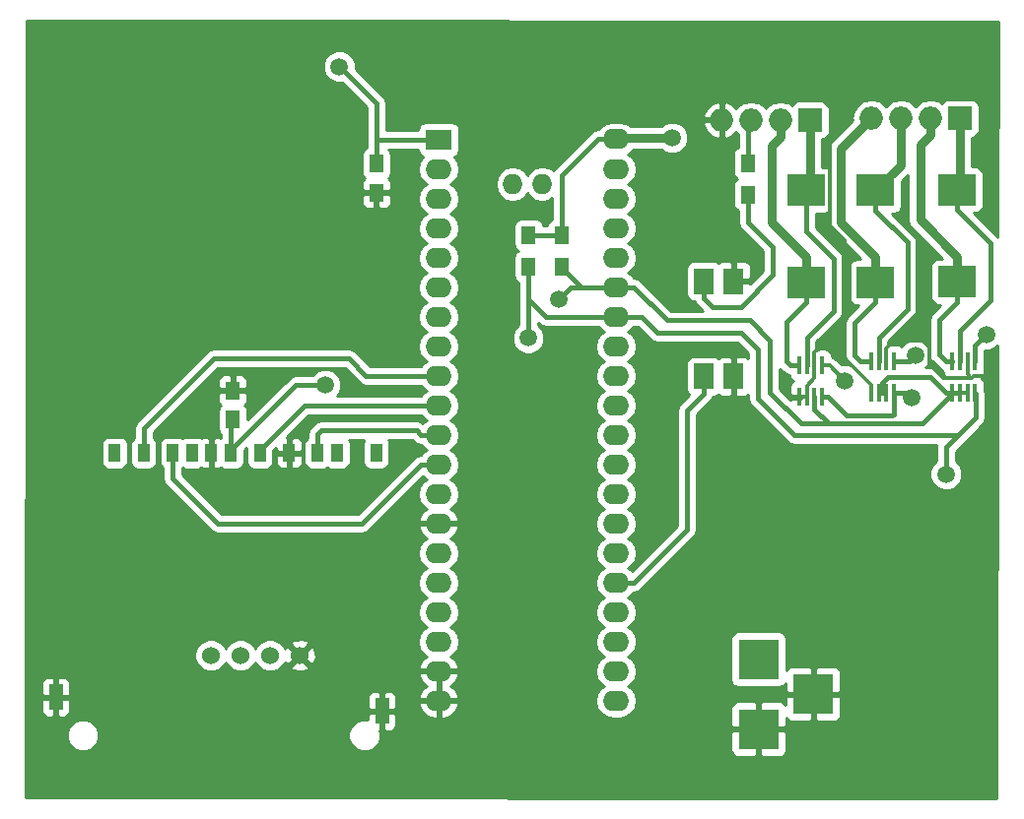
<source format=gbr>
G04 #@! TF.FileFunction,Copper,L2,Bot,Signal*
%FSLAX46Y46*%
G04 Gerber Fmt 4.6, Leading zero omitted, Abs format (unit mm)*
G04 Created by KiCad (PCBNEW 4.0.7) date 03/26/18 16:32:17*
%MOMM*%
%LPD*%
G01*
G04 APERTURE LIST*
%ADD10C,0.100000*%
%ADD11R,1.000000X1.500000*%
%ADD12R,1.200000X2.200000*%
%ADD13R,3.200000X2.700000*%
%ADD14R,1.250000X1.500000*%
%ADD15O,1.998980X1.998980*%
%ADD16R,1.998980X1.998980*%
%ADD17R,3.500000X3.500000*%
%ADD18R,1.300000X1.500000*%
%ADD19R,0.400000X1.560000*%
%ADD20R,2.250000X1.727200*%
%ADD21O,2.250000X1.727200*%
%ADD22O,1.727200X1.727200*%
%ADD23C,1.524000*%
%ADD24R,1.700000X2.200000*%
%ADD25C,1.500000*%
%ADD26C,0.400000*%
%ADD27C,0.800000*%
%ADD28C,0.300000*%
%ADD29C,0.254000*%
G04 APERTURE END LIST*
D10*
D11*
X10830000Y30325000D03*
X13330000Y30325000D03*
X16630000Y30325000D03*
X18330000Y30325000D03*
X20830000Y30325000D03*
X23330000Y30325000D03*
X25750000Y30325000D03*
X27450000Y30325000D03*
X8330000Y30325000D03*
X14980000Y30325000D03*
X30800000Y30325000D03*
D12*
X3300000Y9325000D03*
X31300000Y8125000D03*
D13*
X73700000Y45000000D03*
X73700000Y52900000D03*
D14*
X18475000Y33175000D03*
X18475000Y35675000D03*
D15*
X73345000Y59100000D03*
D16*
X80965000Y59100000D03*
D15*
X78425000Y59100000D03*
X75885000Y59100000D03*
X60470000Y58950000D03*
D16*
X68090000Y58950000D03*
D15*
X65550000Y58950000D03*
X63010000Y58950000D03*
D17*
X63650000Y12575000D03*
X63650000Y6575000D03*
X68350000Y9575000D03*
D13*
X67725000Y45000000D03*
X67725000Y52900000D03*
X80700000Y45050000D03*
X80700000Y52950000D03*
D18*
X43900000Y49050000D03*
X43900000Y46350000D03*
X46750000Y49050000D03*
X46750000Y46350000D03*
X62750000Y52550000D03*
X62750000Y55250000D03*
D19*
X67145000Y37850000D03*
X67795000Y37850000D03*
X68455000Y37850000D03*
X69105000Y37850000D03*
X69105000Y35150000D03*
X68455000Y35150000D03*
X67795000Y35150000D03*
X67145000Y35150000D03*
D20*
X36175000Y57265000D03*
D21*
X36175000Y54725000D03*
X36175000Y52185000D03*
X36175000Y49645000D03*
X36175000Y47105000D03*
X36175000Y44565000D03*
X36175000Y42025000D03*
X36175000Y39485000D03*
X36175000Y36945000D03*
X36175000Y34405000D03*
X36175000Y31865000D03*
X36175000Y29325000D03*
X36175000Y26785000D03*
X36175000Y24245000D03*
X36175000Y21705000D03*
X36175000Y19165000D03*
X36175000Y16625000D03*
X36175000Y14085000D03*
X36175000Y11545000D03*
X36175000Y9005000D03*
X51415000Y9005000D03*
X51415000Y11545000D03*
X51415000Y14085000D03*
X51415000Y16625000D03*
X51415000Y19165000D03*
X51415000Y21705000D03*
X51415000Y24245000D03*
X51415000Y26785000D03*
X51415000Y29325000D03*
X51415000Y31865000D03*
X51415000Y34405000D03*
X51415000Y36945000D03*
X51415000Y39485000D03*
X51415000Y42025000D03*
X51415000Y44565000D03*
X51415000Y47105000D03*
X51415000Y49645000D03*
X51415000Y52185000D03*
X51415000Y54725000D03*
X51415000Y57315800D03*
D22*
X45075000Y53455000D03*
X42535000Y53455000D03*
D19*
X73320000Y38225000D03*
X73970000Y38225000D03*
X74630000Y38225000D03*
X75280000Y38225000D03*
X75280000Y35525000D03*
X74630000Y35525000D03*
X73970000Y35525000D03*
X73320000Y35525000D03*
X80300000Y38175000D03*
X80950000Y38175000D03*
X81610000Y38175000D03*
X82260000Y38175000D03*
X82260000Y35475000D03*
X81610000Y35475000D03*
X80950000Y35475000D03*
X80300000Y35475000D03*
D23*
X16605000Y12900000D03*
X19145000Y12900000D03*
X21685000Y12900000D03*
X24225000Y12900000D03*
D14*
X30825000Y55200000D03*
X30825000Y52700000D03*
D24*
X58950000Y45100000D03*
X61490000Y45100000D03*
X61490000Y36900000D03*
X58950000Y36900000D03*
D25*
X26420671Y36173756D03*
X56225000Y57425000D03*
X83200000Y40525000D03*
X77134225Y38727857D03*
X71075000Y36525000D03*
X22250000Y26925000D03*
X79748912Y28495499D03*
X43875000Y40200000D03*
X76825000Y35100000D03*
X46500000Y43575000D03*
X27633935Y63555479D03*
D26*
X18330000Y30325000D02*
X18330000Y33030000D01*
X18330000Y33030000D02*
X18475000Y33175000D01*
X25360011Y36173756D02*
X26420671Y36173756D01*
X23928756Y36173756D02*
X25360011Y36173756D01*
X18330000Y30325000D02*
X18330000Y30575000D01*
X18330000Y30575000D02*
X23928756Y36173756D01*
D27*
X56225000Y57425000D02*
X51524200Y57425000D01*
X51524200Y57425000D02*
X51415000Y57315800D01*
D26*
X51415000Y57315800D02*
X49890000Y57315800D01*
X46750000Y54175800D02*
X46750000Y49050000D01*
X49890000Y57315800D02*
X46750000Y54175800D01*
X43900000Y49050000D02*
X46750000Y49050000D01*
X82260000Y38175000D02*
X82260000Y39585000D01*
X82260000Y39585000D02*
X83200000Y40525000D01*
X75280000Y38225000D02*
X76631368Y38225000D01*
X76631368Y38225000D02*
X77134225Y38727857D01*
D28*
X69105000Y37850000D02*
X69750000Y37850000D01*
X69750000Y37850000D02*
X71075000Y36525000D01*
X60450000Y62400000D02*
X60470000Y62380000D01*
X60470000Y62380000D02*
X60470000Y58950000D01*
X61650000Y63600000D02*
X60450000Y62400000D01*
X66248982Y63600000D02*
X61650000Y63600000D01*
X70700000Y59148982D02*
X66248982Y63600000D01*
X70700000Y58075000D02*
X70700000Y59148982D01*
X69775001Y57150001D02*
X70700000Y58075000D01*
X71075000Y48600000D02*
X69775001Y49899999D01*
X69775001Y49899999D02*
X69775001Y57150001D01*
X71075000Y42025000D02*
X71075000Y48600000D01*
X69000000Y39950000D02*
X71075000Y42025000D01*
X69000000Y39475000D02*
X69525000Y40000000D01*
X68455000Y38930000D02*
X69000000Y39475000D01*
X69000000Y39475000D02*
X69000000Y39950000D01*
D26*
X23330000Y30325000D02*
X23330000Y28005000D01*
X23330000Y28005000D02*
X22250000Y26925000D01*
X12125000Y32175000D02*
X12125000Y28850000D01*
X13025000Y33075000D02*
X12125000Y32175000D01*
X15030000Y33075000D02*
X13025000Y33075000D01*
X16630000Y30325000D02*
X16630000Y31475000D01*
X16630000Y31475000D02*
X15030000Y33075000D01*
X17650000Y26450000D02*
X16630000Y27470000D01*
X16630000Y27470000D02*
X16630000Y30325000D01*
X22375000Y26450000D02*
X17650000Y26450000D01*
X23330000Y27405000D02*
X22375000Y26450000D01*
X23330000Y30325000D02*
X23330000Y27405000D01*
D28*
X79500000Y36775000D02*
X81700000Y36775000D01*
X78334226Y37940774D02*
X79500000Y36775000D01*
X75313201Y39988201D02*
X77710226Y39988201D01*
X77710226Y39988201D02*
X78334226Y39364201D01*
X74630000Y38225000D02*
X74630000Y39305000D01*
X74630000Y39305000D02*
X75313201Y39988201D01*
X78334226Y39364201D02*
X78334226Y37940774D01*
X69525000Y40000000D02*
X73320000Y36205000D01*
X73320000Y36205000D02*
X73320000Y35525000D01*
X68455000Y37850000D02*
X68455000Y38930000D01*
X81700000Y36775000D02*
X82000000Y36775000D01*
X81610000Y38175000D02*
X81610000Y37095000D01*
X81610000Y37095000D02*
X81700000Y37005000D01*
X81700000Y37005000D02*
X81700000Y36775000D01*
X83200000Y37025000D02*
X83119999Y36944999D01*
X83119999Y36944999D02*
X82169999Y36944999D01*
X82169999Y36944999D02*
X82000000Y36775000D01*
X67145000Y35150000D02*
X67795000Y35150000D01*
X67795000Y35150000D02*
X67795000Y36110000D01*
X67795000Y36110000D02*
X68455000Y36770000D01*
X68455000Y36770000D02*
X68455000Y37850000D01*
D27*
X73700000Y47150000D02*
X73700000Y45000000D01*
X73700000Y47177096D02*
X73700000Y47150000D01*
X70739031Y50138065D02*
X73700000Y47177096D01*
X70739031Y56494031D02*
X70739031Y50138065D01*
X73345000Y59100000D02*
X70739031Y56494031D01*
D26*
X71925000Y38725000D02*
X72425000Y38225000D01*
X72425000Y38225000D02*
X73269999Y38225000D01*
X71925000Y41475000D02*
X71925000Y38725000D01*
X73700000Y45000000D02*
X73700000Y43250000D01*
X73700000Y43250000D02*
X71925000Y41475000D01*
X80950000Y40825000D02*
X80950000Y38175000D01*
X83550000Y43425000D02*
X80950000Y40825000D01*
X83550000Y48350000D02*
X83550000Y43425000D01*
X80700000Y52950000D02*
X80700000Y51200000D01*
X80700000Y51200000D02*
X83550000Y48350000D01*
D27*
X80965000Y59100000D02*
X80965000Y53215000D01*
X80965000Y53215000D02*
X80700000Y52950000D01*
D26*
X80700000Y45050000D02*
X80700000Y43300000D01*
X80700000Y43300000D02*
X79145651Y41745651D01*
X79738737Y38175000D02*
X80249999Y38175000D01*
X79145651Y41745651D02*
X79145651Y38768086D01*
X79145651Y38768086D02*
X79738737Y38175000D01*
D27*
X77525000Y56786508D02*
X77525000Y50375000D01*
X77525000Y50375000D02*
X80700000Y47200000D01*
X80700000Y47200000D02*
X80700000Y45050000D01*
X78425000Y59100000D02*
X78425000Y57686508D01*
X78425000Y57686508D02*
X77525000Y56786508D01*
D26*
X73970000Y40245000D02*
X73970000Y38225000D01*
X76425000Y42700000D02*
X73970000Y40245000D01*
X76425000Y48425000D02*
X76425000Y42700000D01*
X73700000Y52900000D02*
X73700000Y51150000D01*
X73700000Y51150000D02*
X76425000Y48425000D01*
D27*
X75885000Y59100000D02*
X75885000Y55085000D01*
X75885000Y55085000D02*
X73700000Y52900000D01*
D26*
X67725000Y52900000D02*
X67725000Y49370634D01*
X67725000Y49370634D02*
X70082250Y47013384D01*
X70082250Y47013384D02*
X70082250Y42507250D01*
X70082250Y42507250D02*
X67795000Y40220000D01*
X67795000Y40220000D02*
X67795000Y39300000D01*
X67795000Y39300000D02*
X67795000Y39080002D01*
X67795000Y37850000D02*
X67795000Y39300000D01*
D27*
X68090000Y58950000D02*
X68090000Y53265000D01*
X68090000Y53265000D02*
X67725000Y52900000D01*
D26*
X66050000Y38175000D02*
X66375000Y37850000D01*
X66375000Y37850000D02*
X67094999Y37850000D01*
X66050000Y41575000D02*
X66050000Y38175000D01*
X67725000Y45000000D02*
X67725000Y43250000D01*
X67725000Y43250000D02*
X66050000Y41575000D01*
D27*
X65550000Y58950000D02*
X65550000Y57536508D01*
X65550000Y57536508D02*
X64756279Y56742787D01*
X64756279Y56742787D02*
X64756279Y50118721D01*
X64756279Y50118721D02*
X67725000Y47150000D01*
X67725000Y47150000D02*
X67725000Y45000000D01*
D26*
X57499999Y33949999D02*
X58525000Y34975000D01*
X58525000Y34975000D02*
X58950000Y35400000D01*
X51415000Y19165000D02*
X52940000Y19165000D01*
X52940000Y19165000D02*
X57499999Y23724999D01*
X57499999Y23724999D02*
X57499999Y33949999D01*
X58950000Y35400000D02*
X58950000Y36900000D01*
X26050000Y32250000D02*
X25750000Y31950000D01*
X25750000Y31950000D02*
X25750000Y30325000D01*
X34265000Y32250000D02*
X26050000Y32250000D01*
X36175000Y31865000D02*
X34650000Y31865000D01*
X34650000Y31865000D02*
X34265000Y32250000D01*
X35913600Y31865000D02*
X36175000Y31865000D01*
X13330000Y30325000D02*
X13330000Y28150342D01*
X17230342Y24250000D02*
X29575000Y24250000D01*
X13330000Y28150342D02*
X17230342Y24250000D01*
X29575000Y24250000D02*
X34650000Y29325000D01*
X34650000Y29325000D02*
X36175000Y29325000D01*
X36175000Y29325000D02*
X35913600Y29325000D01*
X36175000Y34405000D02*
X24660000Y34405000D01*
X24660000Y34405000D02*
X20830000Y30575000D01*
X20830000Y30575000D02*
X20830000Y30325000D01*
X36175000Y36945000D02*
X29940029Y36945000D01*
X29940029Y36945000D02*
X28431527Y38453502D01*
X28431527Y38453502D02*
X16863537Y38453502D01*
X16863537Y38453502D02*
X10830000Y32419965D01*
X10830000Y32419965D02*
X10830000Y31475000D01*
X10830000Y31475000D02*
X10830000Y30325000D01*
X79748912Y29556159D02*
X79748912Y28495499D01*
X79748912Y30798912D02*
X79748912Y29556159D01*
X82125000Y33175000D02*
X79748912Y30798912D01*
X51415000Y42025000D02*
X53575000Y42025000D01*
X66725000Y31875000D02*
X80825000Y31875000D01*
X54950000Y40650000D02*
X62175000Y40650000D01*
X62175000Y40650000D02*
X63600000Y39225000D01*
X53575000Y42025000D02*
X54950000Y40650000D01*
X63600000Y39225000D02*
X63600000Y35000000D01*
X63600000Y35000000D02*
X66725000Y31875000D01*
X80825000Y31875000D02*
X82318578Y33368578D01*
X43900000Y46350000D02*
X43900000Y40225000D01*
X43900000Y40225000D02*
X43875000Y40200000D01*
X51415000Y42025000D02*
X45412853Y42025000D01*
X45412853Y42025000D02*
X43900000Y43537853D01*
X43900000Y43537853D02*
X43900000Y46350000D01*
D28*
X82125000Y33175000D02*
X82318578Y33368578D01*
D26*
X75280000Y35525000D02*
X76400000Y35525000D01*
X76400000Y35525000D02*
X76825000Y35100000D01*
X75150000Y33525000D02*
X75280000Y33655000D01*
X75280000Y33655000D02*
X75280000Y35525000D01*
X71230000Y33525000D02*
X75150000Y33525000D01*
X69105000Y35150000D02*
X69605000Y35150000D01*
X69605000Y35150000D02*
X71230000Y33525000D01*
X82318578Y35416422D02*
X82310001Y35424999D01*
X82318578Y33368578D02*
X82318578Y35416422D01*
X51415000Y44565000D02*
X52940000Y44565000D01*
X52940000Y44565000D02*
X55790316Y41714684D01*
X55790316Y41714684D02*
X62885316Y41714684D01*
X62885316Y41714684D02*
X64650000Y39950000D01*
X64650000Y39950000D02*
X64650000Y35475000D01*
X64650000Y35475000D02*
X67300000Y32825000D01*
X67300000Y32825000D02*
X67700000Y32825000D01*
X67700000Y32825000D02*
X67725000Y32850000D01*
X67725000Y32850000D02*
X70125000Y32850000D01*
X48435000Y44565000D02*
X47490000Y44565000D01*
X47490000Y44565000D02*
X46500000Y43575000D01*
X51415000Y44565000D02*
X48435000Y44565000D01*
X48435000Y44565000D02*
X46750000Y46250000D01*
X46750000Y46250000D02*
X46750000Y46350000D01*
X73970000Y35525000D02*
X74300000Y35525000D01*
X74300000Y36335002D02*
X74300000Y35525000D01*
D28*
X74300000Y35525000D02*
X74629999Y35525000D01*
D26*
X78450000Y36825000D02*
X74789998Y36825000D01*
X74789998Y36825000D02*
X74300000Y36335002D01*
X80300000Y35475000D02*
X79800000Y35475000D01*
X79800000Y35475000D02*
X78450000Y36825000D01*
X70125000Y32850000D02*
X77725000Y32850000D01*
X68455000Y35150000D02*
X68455000Y34070000D01*
X68455000Y34070000D02*
X69675000Y32850000D01*
D28*
X69675000Y32850000D02*
X70125000Y32850000D01*
X80300000Y35475000D02*
X80700000Y35475000D01*
X80700000Y35475000D02*
X80950000Y35475000D01*
D26*
X77725000Y32850000D02*
X80350000Y35475000D01*
X80350000Y35475000D02*
X80700000Y35475000D01*
D28*
X81610000Y35475000D02*
X80950000Y35475000D01*
X74629999Y35525000D02*
X74630000Y35525000D01*
D26*
X30802902Y60386512D02*
X28383934Y62805480D01*
X30802902Y57338610D02*
X30802902Y60386512D01*
X36175000Y57265000D02*
X30876512Y57265000D01*
X28383934Y62805480D02*
X27633935Y63555479D01*
X30825000Y55200000D02*
X30825000Y57316512D01*
X30825000Y57316512D02*
X30802902Y57338610D01*
X30876512Y57265000D02*
X30802902Y57338610D01*
X62750000Y55250000D02*
X62750000Y58690000D01*
X62750000Y58690000D02*
X63010000Y58950000D01*
X59664449Y42885551D02*
X62125553Y42885551D01*
X58950000Y43600000D02*
X59664449Y42885551D01*
X62125553Y42885551D02*
X64875000Y45634998D01*
X64875000Y48025000D02*
X62750000Y50150000D01*
X62750000Y50150000D02*
X62750000Y52550000D01*
X58950000Y45100000D02*
X58950000Y43600000D01*
X64875000Y45634998D02*
X64875000Y48025000D01*
X62750000Y52265000D02*
X62750000Y52550000D01*
D29*
G36*
X84238654Y67390674D02*
X84204686Y48844274D01*
X84140434Y48940434D01*
X82128308Y50952560D01*
X82300000Y50952560D01*
X82535317Y50996838D01*
X82751441Y51135910D01*
X82896431Y51348110D01*
X82947440Y51600000D01*
X82947440Y54300000D01*
X82903162Y54535317D01*
X82764090Y54751441D01*
X82551890Y54896431D01*
X82300000Y54947440D01*
X82000000Y54947440D01*
X82000000Y57459752D01*
X82199807Y57497348D01*
X82415931Y57636420D01*
X82560921Y57848620D01*
X82611930Y58100510D01*
X82611930Y60099490D01*
X82567652Y60334807D01*
X82428580Y60550931D01*
X82216380Y60695921D01*
X81964490Y60746930D01*
X79965510Y60746930D01*
X79730193Y60702652D01*
X79514069Y60563580D01*
X79400610Y60397527D01*
X79082514Y60610072D01*
X78457022Y60734490D01*
X78392978Y60734490D01*
X77767486Y60610072D01*
X77237219Y60255759D01*
X77155000Y60132710D01*
X77072781Y60255759D01*
X76542514Y60610072D01*
X75917022Y60734490D01*
X75852978Y60734490D01*
X75227486Y60610072D01*
X74697219Y60255759D01*
X74615000Y60132710D01*
X74532781Y60255759D01*
X74002514Y60610072D01*
X73377022Y60734490D01*
X73312978Y60734490D01*
X72687486Y60610072D01*
X72157219Y60255759D01*
X71802906Y59725492D01*
X71678488Y59100000D01*
X71712135Y58930846D01*
X70007175Y57225887D01*
X69782816Y56890108D01*
X69704030Y56494031D01*
X69704031Y56494026D01*
X69704031Y54759559D01*
X69576890Y54846431D01*
X69325000Y54897440D01*
X69125000Y54897440D01*
X69125000Y57309752D01*
X69324807Y57347348D01*
X69540931Y57486420D01*
X69685921Y57698620D01*
X69736930Y57950510D01*
X69736930Y59949490D01*
X69692652Y60184807D01*
X69553580Y60400931D01*
X69341380Y60545921D01*
X69089490Y60596930D01*
X67090510Y60596930D01*
X66855193Y60552652D01*
X66639069Y60413580D01*
X66525610Y60247527D01*
X66207514Y60460072D01*
X65582022Y60584490D01*
X65517978Y60584490D01*
X64892486Y60460072D01*
X64362219Y60105759D01*
X64280000Y59982710D01*
X64197781Y60105759D01*
X63667514Y60460072D01*
X63042022Y60584490D01*
X62977978Y60584490D01*
X62352486Y60460072D01*
X61822219Y60105759D01*
X61722621Y59956700D01*
X61429726Y60273068D01*
X60850355Y60539627D01*
X60597000Y60420807D01*
X60597000Y59077000D01*
X60617000Y59077000D01*
X60617000Y58823000D01*
X60597000Y58823000D01*
X60597000Y57479193D01*
X60850355Y57360373D01*
X61429726Y57626932D01*
X61722621Y57943300D01*
X61822219Y57794241D01*
X61915000Y57732247D01*
X61915000Y56612630D01*
X61864683Y56603162D01*
X61648559Y56464090D01*
X61503569Y56251890D01*
X61452560Y56000000D01*
X61452560Y54500000D01*
X61496838Y54264683D01*
X61635910Y54048559D01*
X61848110Y53903569D01*
X61861197Y53900919D01*
X61648559Y53764090D01*
X61503569Y53551890D01*
X61452560Y53300000D01*
X61452560Y51800000D01*
X61496838Y51564683D01*
X61635910Y51348559D01*
X61848110Y51203569D01*
X61915000Y51190023D01*
X61915000Y50150000D01*
X61978561Y49830459D01*
X62102481Y49645000D01*
X62159566Y49559566D01*
X64040000Y47679132D01*
X64040000Y45980866D01*
X62924192Y44865058D01*
X62816250Y44973000D01*
X61617000Y44973000D01*
X61617000Y44953000D01*
X61363000Y44953000D01*
X61363000Y44973000D01*
X61343000Y44973000D01*
X61343000Y45227000D01*
X61363000Y45227000D01*
X61363000Y46676250D01*
X61617000Y46676250D01*
X61617000Y45227000D01*
X62816250Y45227000D01*
X62975000Y45385750D01*
X62975000Y46326309D01*
X62878327Y46559698D01*
X62699699Y46738327D01*
X62466310Y46835000D01*
X61775750Y46835000D01*
X61617000Y46676250D01*
X61363000Y46676250D01*
X61204250Y46835000D01*
X60513690Y46835000D01*
X60280301Y46738327D01*
X60222103Y46680129D01*
X60051890Y46796431D01*
X59800000Y46847440D01*
X58100000Y46847440D01*
X57864683Y46803162D01*
X57648559Y46664090D01*
X57503569Y46451890D01*
X57452560Y46200000D01*
X57452560Y44000000D01*
X57496838Y43764683D01*
X57635910Y43548559D01*
X57848110Y43403569D01*
X58100000Y43352560D01*
X58164219Y43352560D01*
X58178561Y43280459D01*
X58301253Y43096838D01*
X58359566Y43009566D01*
X58819448Y42549684D01*
X56136184Y42549684D01*
X53530434Y45155434D01*
X53423328Y45227000D01*
X53259541Y45336439D01*
X52940000Y45400000D01*
X52920670Y45400000D01*
X52770550Y45624670D01*
X52455769Y45835000D01*
X52770550Y46045330D01*
X53095406Y46531511D01*
X53209480Y47105000D01*
X53095406Y47678489D01*
X52770550Y48164670D01*
X52455769Y48375000D01*
X52770550Y48585330D01*
X53095406Y49071511D01*
X53209480Y49645000D01*
X53095406Y50218489D01*
X52770550Y50704670D01*
X52455769Y50915000D01*
X52770550Y51125330D01*
X53095406Y51611511D01*
X53209480Y52185000D01*
X53095406Y52758489D01*
X52770550Y53244670D01*
X52455769Y53455000D01*
X52770550Y53665330D01*
X53095406Y54151511D01*
X53209480Y54725000D01*
X53095406Y55298489D01*
X52770550Y55784670D01*
X52417755Y56020400D01*
X52770550Y56256130D01*
X52859999Y56390000D01*
X55301216Y56390000D01*
X55439436Y56251539D01*
X55948298Y56040241D01*
X56499285Y56039760D01*
X57008515Y56250169D01*
X57398461Y56639436D01*
X57609759Y57148298D01*
X57610240Y57699285D01*
X57399831Y58208515D01*
X57039329Y58569646D01*
X58880381Y58569646D01*
X59077013Y58094916D01*
X59510274Y57626932D01*
X60089645Y57360373D01*
X60343000Y57479193D01*
X60343000Y58823000D01*
X58999735Y58823000D01*
X58880381Y58569646D01*
X57039329Y58569646D01*
X57010564Y58598461D01*
X56501702Y58809759D01*
X55950715Y58810240D01*
X55441485Y58599831D01*
X55301410Y58460000D01*
X52644042Y58460000D01*
X52284369Y58700326D01*
X51710880Y58814400D01*
X51119120Y58814400D01*
X50545631Y58700326D01*
X50059450Y58375470D01*
X49909330Y58150800D01*
X49890000Y58150800D01*
X49570460Y58087240D01*
X49299566Y57906234D01*
X46159566Y54766234D01*
X46049236Y54601114D01*
X45648489Y54868885D01*
X45075000Y54982959D01*
X44501511Y54868885D01*
X44015330Y54544029D01*
X43805000Y54229248D01*
X43594670Y54544029D01*
X43108489Y54868885D01*
X42535000Y54982959D01*
X41961511Y54868885D01*
X41475330Y54544029D01*
X41150474Y54057848D01*
X41036400Y53484359D01*
X41036400Y53425641D01*
X41150474Y52852152D01*
X41475330Y52365971D01*
X41961511Y52041115D01*
X42535000Y51927041D01*
X43108489Y52041115D01*
X43594670Y52365971D01*
X43805000Y52680752D01*
X44015330Y52365971D01*
X44501511Y52041115D01*
X45075000Y51927041D01*
X45648489Y52041115D01*
X45915000Y52219192D01*
X45915000Y50412630D01*
X45864683Y50403162D01*
X45648559Y50264090D01*
X45503569Y50051890D01*
X45469773Y49885000D01*
X45181446Y49885000D01*
X45153162Y50035317D01*
X45014090Y50251441D01*
X44801890Y50396431D01*
X44550000Y50447440D01*
X43250000Y50447440D01*
X43014683Y50403162D01*
X42798559Y50264090D01*
X42653569Y50051890D01*
X42602560Y49800000D01*
X42602560Y48300000D01*
X42646838Y48064683D01*
X42785910Y47848559D01*
X42998110Y47703569D01*
X43011197Y47700919D01*
X42798559Y47564090D01*
X42653569Y47351890D01*
X42602560Y47100000D01*
X42602560Y45600000D01*
X42646838Y45364683D01*
X42785910Y45148559D01*
X42998110Y45003569D01*
X43065000Y44990023D01*
X43065000Y41348392D01*
X42701539Y40985564D01*
X42490241Y40476702D01*
X42489760Y39925715D01*
X42700169Y39416485D01*
X43089436Y39026539D01*
X43598298Y38815241D01*
X44149285Y38814760D01*
X44658515Y39025169D01*
X45048461Y39414436D01*
X45259759Y39923298D01*
X45260240Y40474285D01*
X45049831Y40983515D01*
X44735000Y41298895D01*
X44735000Y41521985D01*
X44822419Y41434566D01*
X45093312Y41253561D01*
X45412853Y41190000D01*
X49909330Y41190000D01*
X50059450Y40965330D01*
X50374231Y40755000D01*
X50059450Y40544670D01*
X49734594Y40058489D01*
X49620520Y39485000D01*
X49734594Y38911511D01*
X50059450Y38425330D01*
X50374231Y38215000D01*
X50059450Y38004670D01*
X49734594Y37518489D01*
X49620520Y36945000D01*
X49734594Y36371511D01*
X50059450Y35885330D01*
X50374231Y35675000D01*
X50059450Y35464670D01*
X49734594Y34978489D01*
X49620520Y34405000D01*
X49734594Y33831511D01*
X50059450Y33345330D01*
X50374231Y33135000D01*
X50059450Y32924670D01*
X49734594Y32438489D01*
X49620520Y31865000D01*
X49734594Y31291511D01*
X50059450Y30805330D01*
X50374231Y30595000D01*
X50059450Y30384670D01*
X49734594Y29898489D01*
X49620520Y29325000D01*
X49734594Y28751511D01*
X50059450Y28265330D01*
X50374231Y28055000D01*
X50059450Y27844670D01*
X49734594Y27358489D01*
X49620520Y26785000D01*
X49734594Y26211511D01*
X50059450Y25725330D01*
X50374231Y25515000D01*
X50059450Y25304670D01*
X49734594Y24818489D01*
X49620520Y24245000D01*
X49734594Y23671511D01*
X50059450Y23185330D01*
X50374231Y22975000D01*
X50059450Y22764670D01*
X49734594Y22278489D01*
X49620520Y21705000D01*
X49734594Y21131511D01*
X50059450Y20645330D01*
X50374231Y20435000D01*
X50059450Y20224670D01*
X49734594Y19738489D01*
X49620520Y19165000D01*
X49734594Y18591511D01*
X50059450Y18105330D01*
X50374231Y17895000D01*
X50059450Y17684670D01*
X49734594Y17198489D01*
X49620520Y16625000D01*
X49734594Y16051511D01*
X50059450Y15565330D01*
X50374231Y15355000D01*
X50059450Y15144670D01*
X49734594Y14658489D01*
X49620520Y14085000D01*
X49734594Y13511511D01*
X50059450Y13025330D01*
X50374231Y12815000D01*
X50059450Y12604670D01*
X49734594Y12118489D01*
X49620520Y11545000D01*
X49734594Y10971511D01*
X50059450Y10485330D01*
X50374231Y10275000D01*
X50059450Y10064670D01*
X49734594Y9578489D01*
X49620520Y9005000D01*
X49734594Y8431511D01*
X50059450Y7945330D01*
X50545631Y7620474D01*
X51119120Y7506400D01*
X51710880Y7506400D01*
X52284369Y7620474D01*
X52770550Y7945330D01*
X53095406Y8431511D01*
X53099344Y8451309D01*
X61265000Y8451309D01*
X61265000Y6860750D01*
X61423750Y6702000D01*
X63523000Y6702000D01*
X63523000Y8801250D01*
X63777000Y8801250D01*
X63777000Y6702000D01*
X65876250Y6702000D01*
X66035000Y6860750D01*
X66035000Y7529696D01*
X66061673Y7465302D01*
X66240301Y7286673D01*
X66473690Y7190000D01*
X68064250Y7190000D01*
X68223000Y7348750D01*
X68223000Y9448000D01*
X68477000Y9448000D01*
X68477000Y7348750D01*
X68635750Y7190000D01*
X70226310Y7190000D01*
X70459699Y7286673D01*
X70638327Y7465302D01*
X70735000Y7698691D01*
X70735000Y9289250D01*
X70576250Y9448000D01*
X68477000Y9448000D01*
X68223000Y9448000D01*
X66123750Y9448000D01*
X65965000Y9289250D01*
X65965000Y8620304D01*
X65938327Y8684698D01*
X65759699Y8863327D01*
X65526310Y8960000D01*
X63935750Y8960000D01*
X63777000Y8801250D01*
X63523000Y8801250D01*
X63364250Y8960000D01*
X61773690Y8960000D01*
X61540301Y8863327D01*
X61361673Y8684698D01*
X61265000Y8451309D01*
X53099344Y8451309D01*
X53209480Y9005000D01*
X53095406Y9578489D01*
X52770550Y10064670D01*
X52455769Y10275000D01*
X52770550Y10485330D01*
X53095406Y10971511D01*
X53209480Y11545000D01*
X53095406Y12118489D01*
X52770550Y12604670D01*
X52455769Y12815000D01*
X52770550Y13025330D01*
X53095406Y13511511D01*
X53209480Y14085000D01*
X53161742Y14325000D01*
X61252560Y14325000D01*
X61252560Y10825000D01*
X61296838Y10589683D01*
X61435910Y10373559D01*
X61648110Y10228569D01*
X61900000Y10177560D01*
X65400000Y10177560D01*
X65635317Y10221838D01*
X65851441Y10360910D01*
X65965000Y10527109D01*
X65965000Y9860750D01*
X66123750Y9702000D01*
X68223000Y9702000D01*
X68223000Y11801250D01*
X68477000Y11801250D01*
X68477000Y9702000D01*
X70576250Y9702000D01*
X70735000Y9860750D01*
X70735000Y11451309D01*
X70638327Y11684698D01*
X70459699Y11863327D01*
X70226310Y11960000D01*
X68635750Y11960000D01*
X68477000Y11801250D01*
X68223000Y11801250D01*
X68064250Y11960000D01*
X66473690Y11960000D01*
X66240301Y11863327D01*
X66061673Y11684698D01*
X66047440Y11650337D01*
X66047440Y14325000D01*
X66003162Y14560317D01*
X65864090Y14776441D01*
X65651890Y14921431D01*
X65400000Y14972440D01*
X61900000Y14972440D01*
X61664683Y14928162D01*
X61448559Y14789090D01*
X61303569Y14576890D01*
X61252560Y14325000D01*
X53161742Y14325000D01*
X53095406Y14658489D01*
X52770550Y15144670D01*
X52455769Y15355000D01*
X52770550Y15565330D01*
X53095406Y16051511D01*
X53209480Y16625000D01*
X53095406Y17198489D01*
X52770550Y17684670D01*
X52455769Y17895000D01*
X52770550Y18105330D01*
X52920670Y18330000D01*
X52940000Y18330000D01*
X53259541Y18393561D01*
X53530434Y18574566D01*
X58090433Y23134565D01*
X58184357Y23275132D01*
X58271438Y23405458D01*
X58334999Y23724999D01*
X58334999Y33604131D01*
X59540434Y34809566D01*
X59721440Y35080460D01*
X59735781Y35152560D01*
X59800000Y35152560D01*
X60035317Y35196838D01*
X60223831Y35318143D01*
X60280301Y35261673D01*
X60513690Y35165000D01*
X61204250Y35165000D01*
X61363000Y35323750D01*
X61363000Y36773000D01*
X61343000Y36773000D01*
X61343000Y37027000D01*
X61363000Y37027000D01*
X61363000Y38476250D01*
X61204250Y38635000D01*
X60513690Y38635000D01*
X60280301Y38538327D01*
X60222103Y38480129D01*
X60051890Y38596431D01*
X59800000Y38647440D01*
X58100000Y38647440D01*
X57864683Y38603162D01*
X57648559Y38464090D01*
X57503569Y38251890D01*
X57452560Y38000000D01*
X57452560Y35800000D01*
X57496838Y35564683D01*
X57635910Y35348559D01*
X57684495Y35315363D01*
X56909565Y34540433D01*
X56728560Y34269540D01*
X56664999Y33949999D01*
X56664999Y24070867D01*
X52789877Y20195745D01*
X52770550Y20224670D01*
X52455769Y20435000D01*
X52770550Y20645330D01*
X53095406Y21131511D01*
X53209480Y21705000D01*
X53095406Y22278489D01*
X52770550Y22764670D01*
X52455769Y22975000D01*
X52770550Y23185330D01*
X53095406Y23671511D01*
X53209480Y24245000D01*
X53095406Y24818489D01*
X52770550Y25304670D01*
X52455769Y25515000D01*
X52770550Y25725330D01*
X53095406Y26211511D01*
X53209480Y26785000D01*
X53095406Y27358489D01*
X52770550Y27844670D01*
X52455769Y28055000D01*
X52770550Y28265330D01*
X53095406Y28751511D01*
X53209480Y29325000D01*
X53095406Y29898489D01*
X52770550Y30384670D01*
X52455769Y30595000D01*
X52770550Y30805330D01*
X53095406Y31291511D01*
X53209480Y31865000D01*
X53095406Y32438489D01*
X52770550Y32924670D01*
X52455769Y33135000D01*
X52770550Y33345330D01*
X53095406Y33831511D01*
X53209480Y34405000D01*
X53095406Y34978489D01*
X52770550Y35464670D01*
X52455769Y35675000D01*
X52770550Y35885330D01*
X53095406Y36371511D01*
X53209480Y36945000D01*
X53095406Y37518489D01*
X52770550Y38004670D01*
X52455769Y38215000D01*
X52770550Y38425330D01*
X53095406Y38911511D01*
X53209480Y39485000D01*
X53095406Y40058489D01*
X52770550Y40544670D01*
X52455769Y40755000D01*
X52770550Y40965330D01*
X52920670Y41190000D01*
X53229132Y41190000D01*
X54359566Y40059566D01*
X54630460Y39878560D01*
X54950000Y39815000D01*
X61829132Y39815000D01*
X62765000Y38879132D01*
X62765000Y38473026D01*
X62699699Y38538327D01*
X62466310Y38635000D01*
X61775750Y38635000D01*
X61617000Y38476250D01*
X61617000Y37027000D01*
X61637000Y37027000D01*
X61637000Y36773000D01*
X61617000Y36773000D01*
X61617000Y35323750D01*
X61775750Y35165000D01*
X62466310Y35165000D01*
X62699699Y35261673D01*
X62765000Y35326974D01*
X62765000Y35000000D01*
X62828561Y34680459D01*
X62930323Y34528162D01*
X63009566Y34409566D01*
X66134566Y31284566D01*
X66405459Y31103561D01*
X66725000Y31040000D01*
X78961868Y31040000D01*
X78913912Y30798912D01*
X78913912Y29618935D01*
X78575451Y29281063D01*
X78364153Y28772201D01*
X78363672Y28221214D01*
X78574081Y27711984D01*
X78963348Y27322038D01*
X79472210Y27110740D01*
X80023197Y27110259D01*
X80532427Y27320668D01*
X80922373Y27709935D01*
X81133671Y28218797D01*
X81134152Y28769784D01*
X80923743Y29279014D01*
X80583912Y29619438D01*
X80583912Y30453044D01*
X82909012Y32778144D01*
X82950633Y32840434D01*
X83090017Y33049037D01*
X83153578Y33368578D01*
X83153578Y35416422D01*
X83136953Y35500002D01*
X83107440Y35648375D01*
X83107440Y36255000D01*
X83063162Y36490317D01*
X82924090Y36706441D01*
X82748768Y36826233D01*
X82911441Y36930910D01*
X83056431Y37143110D01*
X83107440Y37395000D01*
X83107440Y38955000D01*
X83095000Y39021113D01*
X83095000Y39140091D01*
X83474285Y39139760D01*
X83983515Y39350169D01*
X84187671Y39553969D01*
X84116392Y635649D01*
X710539Y709373D01*
X714234Y5750715D01*
X4214760Y5750715D01*
X4425169Y5241485D01*
X4814436Y4851539D01*
X5323298Y4640241D01*
X5874285Y4639760D01*
X6383515Y4850169D01*
X6773461Y5239436D01*
X6984759Y5748298D01*
X6984761Y5750715D01*
X28414760Y5750715D01*
X28625169Y5241485D01*
X29014436Y4851539D01*
X29523298Y4640241D01*
X30074285Y4639760D01*
X30583515Y4850169D01*
X30973461Y5239436D01*
X31184759Y5748298D01*
X31185231Y6289250D01*
X61265000Y6289250D01*
X61265000Y4698691D01*
X61361673Y4465302D01*
X61540301Y4286673D01*
X61773690Y4190000D01*
X63364250Y4190000D01*
X63523000Y4348750D01*
X63523000Y6448000D01*
X63777000Y6448000D01*
X63777000Y4348750D01*
X63935750Y4190000D01*
X65526310Y4190000D01*
X65759699Y4286673D01*
X65938327Y4465302D01*
X66035000Y4698691D01*
X66035000Y6289250D01*
X65876250Y6448000D01*
X63777000Y6448000D01*
X63523000Y6448000D01*
X61423750Y6448000D01*
X61265000Y6289250D01*
X31185231Y6289250D01*
X31185240Y6299285D01*
X31108722Y6484472D01*
X31173000Y6548750D01*
X31173000Y7998000D01*
X31427000Y7998000D01*
X31427000Y6548750D01*
X31585750Y6390000D01*
X32026309Y6390000D01*
X32259698Y6486673D01*
X32438327Y6665301D01*
X32535000Y6898690D01*
X32535000Y7839250D01*
X32376250Y7998000D01*
X31427000Y7998000D01*
X31173000Y7998000D01*
X30223750Y7998000D01*
X30065000Y7839250D01*
X30065000Y7409769D01*
X29525715Y7410240D01*
X29016485Y7199831D01*
X28626539Y6810564D01*
X28415241Y6301702D01*
X28414760Y5750715D01*
X6984761Y5750715D01*
X6985240Y6299285D01*
X6774831Y6808515D01*
X6385564Y7198461D01*
X5876702Y7409759D01*
X5325715Y7410240D01*
X4816485Y7199831D01*
X4426539Y6810564D01*
X4215241Y6301702D01*
X4214760Y5750715D01*
X714234Y5750715D01*
X716645Y9039250D01*
X2065000Y9039250D01*
X2065000Y8098690D01*
X2161673Y7865301D01*
X2340302Y7686673D01*
X2573691Y7590000D01*
X3014250Y7590000D01*
X3173000Y7748750D01*
X3173000Y9198000D01*
X3427000Y9198000D01*
X3427000Y7748750D01*
X3585750Y7590000D01*
X4026309Y7590000D01*
X4259698Y7686673D01*
X4438327Y7865301D01*
X4535000Y8098690D01*
X4535000Y9039250D01*
X4376250Y9198000D01*
X3427000Y9198000D01*
X3173000Y9198000D01*
X2223750Y9198000D01*
X2065000Y9039250D01*
X716645Y9039250D01*
X716873Y9351310D01*
X30065000Y9351310D01*
X30065000Y8410750D01*
X30223750Y8252000D01*
X31173000Y8252000D01*
X31173000Y9701250D01*
X31427000Y9701250D01*
X31427000Y8252000D01*
X32376250Y8252000D01*
X32535000Y8410750D01*
X32535000Y8645974D01*
X34458642Y8645974D01*
X34480473Y8548843D01*
X34764127Y8035132D01*
X35222778Y7669075D01*
X35786600Y7506400D01*
X36048000Y7506400D01*
X36048000Y8878000D01*
X36302000Y8878000D01*
X36302000Y7506400D01*
X36563400Y7506400D01*
X37127222Y7669075D01*
X37585873Y8035132D01*
X37869527Y8548843D01*
X37891358Y8645974D01*
X37770217Y8878000D01*
X36302000Y8878000D01*
X36048000Y8878000D01*
X34579783Y8878000D01*
X34458642Y8645974D01*
X32535000Y8645974D01*
X32535000Y9351310D01*
X32438327Y9584699D01*
X32259698Y9763327D01*
X32026309Y9860000D01*
X31585750Y9860000D01*
X31427000Y9701250D01*
X31173000Y9701250D01*
X31014250Y9860000D01*
X30573691Y9860000D01*
X30340302Y9763327D01*
X30161673Y9584699D01*
X30065000Y9351310D01*
X716873Y9351310D01*
X717753Y10551310D01*
X2065000Y10551310D01*
X2065000Y9610750D01*
X2223750Y9452000D01*
X3173000Y9452000D01*
X3173000Y10901250D01*
X3427000Y10901250D01*
X3427000Y9452000D01*
X4376250Y9452000D01*
X4535000Y9610750D01*
X4535000Y10551310D01*
X4438327Y10784699D01*
X4259698Y10963327D01*
X4026309Y11060000D01*
X3585750Y11060000D01*
X3427000Y10901250D01*
X3173000Y10901250D01*
X3014250Y11060000D01*
X2573691Y11060000D01*
X2340302Y10963327D01*
X2161673Y10784699D01*
X2065000Y10551310D01*
X717753Y10551310D01*
X718218Y11185974D01*
X34458642Y11185974D01*
X34480473Y11088843D01*
X34764127Y10575132D01*
X35140177Y10275000D01*
X34764127Y9974868D01*
X34480473Y9461157D01*
X34458642Y9364026D01*
X34579783Y9132000D01*
X36048000Y9132000D01*
X36048000Y11418000D01*
X36302000Y11418000D01*
X36302000Y9132000D01*
X37770217Y9132000D01*
X37891358Y9364026D01*
X37869527Y9461157D01*
X37585873Y9974868D01*
X37209823Y10275000D01*
X37585873Y10575132D01*
X37869527Y11088843D01*
X37891358Y11185974D01*
X37770217Y11418000D01*
X36302000Y11418000D01*
X36048000Y11418000D01*
X34579783Y11418000D01*
X34458642Y11185974D01*
X718218Y11185974D01*
X719272Y12623339D01*
X15207758Y12623339D01*
X15419990Y12109697D01*
X15812630Y11716371D01*
X16325900Y11503243D01*
X16881661Y11502758D01*
X17395303Y11714990D01*
X17788629Y12107630D01*
X17874949Y12315512D01*
X17959990Y12109697D01*
X18352630Y11716371D01*
X18865900Y11503243D01*
X19421661Y11502758D01*
X19935303Y11714990D01*
X20328629Y12107630D01*
X20414949Y12315512D01*
X20499990Y12109697D01*
X20892630Y11716371D01*
X21405900Y11503243D01*
X21961661Y11502758D01*
X22475303Y11714990D01*
X22680457Y11919787D01*
X23424392Y11919787D01*
X23493857Y11677603D01*
X24017302Y11490856D01*
X24572368Y11518638D01*
X24956143Y11677603D01*
X25025608Y11919787D01*
X24225000Y12720395D01*
X23424392Y11919787D01*
X22680457Y11919787D01*
X22868629Y12107630D01*
X22948395Y12299727D01*
X23002603Y12168857D01*
X23244787Y12099392D01*
X24045395Y12900000D01*
X24404605Y12900000D01*
X25205213Y12099392D01*
X25447397Y12168857D01*
X25634144Y12692302D01*
X25606362Y13247368D01*
X25447397Y13631143D01*
X25205213Y13700608D01*
X24404605Y12900000D01*
X24045395Y12900000D01*
X23244787Y13700608D01*
X23002603Y13631143D01*
X22952491Y13490682D01*
X22870010Y13690303D01*
X22680432Y13880213D01*
X23424392Y13880213D01*
X24225000Y13079605D01*
X25025608Y13880213D01*
X24956143Y14122397D01*
X24432698Y14309144D01*
X23877632Y14281362D01*
X23493857Y14122397D01*
X23424392Y13880213D01*
X22680432Y13880213D01*
X22477370Y14083629D01*
X21964100Y14296757D01*
X21408339Y14297242D01*
X20894697Y14085010D01*
X20501371Y13692370D01*
X20415051Y13484488D01*
X20330010Y13690303D01*
X19937370Y14083629D01*
X19424100Y14296757D01*
X18868339Y14297242D01*
X18354697Y14085010D01*
X17961371Y13692370D01*
X17875051Y13484488D01*
X17790010Y13690303D01*
X17397370Y14083629D01*
X16884100Y14296757D01*
X16328339Y14297242D01*
X15814697Y14085010D01*
X15421371Y13692370D01*
X15208243Y13179100D01*
X15207758Y12623339D01*
X719272Y12623339D01*
X725930Y21705000D01*
X34380520Y21705000D01*
X34494594Y21131511D01*
X34819450Y20645330D01*
X35134231Y20435000D01*
X34819450Y20224670D01*
X34494594Y19738489D01*
X34380520Y19165000D01*
X34494594Y18591511D01*
X34819450Y18105330D01*
X35134231Y17895000D01*
X34819450Y17684670D01*
X34494594Y17198489D01*
X34380520Y16625000D01*
X34494594Y16051511D01*
X34819450Y15565330D01*
X35134231Y15355000D01*
X34819450Y15144670D01*
X34494594Y14658489D01*
X34380520Y14085000D01*
X34494594Y13511511D01*
X34819450Y13025330D01*
X35137468Y12812837D01*
X34764127Y12514868D01*
X34480473Y12001157D01*
X34458642Y11904026D01*
X34579783Y11672000D01*
X36048000Y11672000D01*
X36048000Y11692000D01*
X36302000Y11692000D01*
X36302000Y11672000D01*
X37770217Y11672000D01*
X37891358Y11904026D01*
X37869527Y12001157D01*
X37585873Y12514868D01*
X37212532Y12812837D01*
X37530550Y13025330D01*
X37855406Y13511511D01*
X37969480Y14085000D01*
X37855406Y14658489D01*
X37530550Y15144670D01*
X37215769Y15355000D01*
X37530550Y15565330D01*
X37855406Y16051511D01*
X37969480Y16625000D01*
X37855406Y17198489D01*
X37530550Y17684670D01*
X37215769Y17895000D01*
X37530550Y18105330D01*
X37855406Y18591511D01*
X37969480Y19165000D01*
X37855406Y19738489D01*
X37530550Y20224670D01*
X37215769Y20435000D01*
X37530550Y20645330D01*
X37855406Y21131511D01*
X37969480Y21705000D01*
X37855406Y22278489D01*
X37530550Y22764670D01*
X37212532Y22977163D01*
X37585873Y23275132D01*
X37869527Y23788843D01*
X37891358Y23885974D01*
X37770217Y24118000D01*
X36302000Y24118000D01*
X36302000Y24098000D01*
X36048000Y24098000D01*
X36048000Y24118000D01*
X34579783Y24118000D01*
X34458642Y23885974D01*
X34480473Y23788843D01*
X34764127Y23275132D01*
X35137468Y22977163D01*
X34819450Y22764670D01*
X34494594Y22278489D01*
X34380520Y21705000D01*
X725930Y21705000D01*
X732800Y31075000D01*
X7182560Y31075000D01*
X7182560Y29575000D01*
X7226838Y29339683D01*
X7365910Y29123559D01*
X7578110Y28978569D01*
X7830000Y28927560D01*
X8830000Y28927560D01*
X9065317Y28971838D01*
X9281441Y29110910D01*
X9426431Y29323110D01*
X9477440Y29575000D01*
X9477440Y31075000D01*
X9682560Y31075000D01*
X9682560Y29575000D01*
X9726838Y29339683D01*
X9865910Y29123559D01*
X10078110Y28978569D01*
X10330000Y28927560D01*
X11330000Y28927560D01*
X11565317Y28971838D01*
X11781441Y29110910D01*
X11926431Y29323110D01*
X11977440Y29575000D01*
X11977440Y31075000D01*
X11933162Y31310317D01*
X11794090Y31526441D01*
X11665000Y31614644D01*
X11665000Y32074097D01*
X16142212Y36551309D01*
X17215000Y36551309D01*
X17215000Y35960750D01*
X17373750Y35802000D01*
X18348000Y35802000D01*
X18348000Y36901250D01*
X18602000Y36901250D01*
X18602000Y35802000D01*
X19576250Y35802000D01*
X19735000Y35960750D01*
X19735000Y36551309D01*
X19638327Y36784698D01*
X19459699Y36963327D01*
X19226310Y37060000D01*
X18760750Y37060000D01*
X18602000Y36901250D01*
X18348000Y36901250D01*
X18189250Y37060000D01*
X17723690Y37060000D01*
X17490301Y36963327D01*
X17311673Y36784698D01*
X17215000Y36551309D01*
X16142212Y36551309D01*
X17209405Y37618502D01*
X28085659Y37618502D01*
X29349595Y36354566D01*
X29620488Y36173561D01*
X29940029Y36110000D01*
X34669330Y36110000D01*
X34819450Y35885330D01*
X35134231Y35675000D01*
X34819450Y35464670D01*
X34669330Y35240000D01*
X27445682Y35240000D01*
X27594132Y35388192D01*
X27805430Y35897054D01*
X27805911Y36448041D01*
X27595502Y36957271D01*
X27206235Y37347217D01*
X26697373Y37558515D01*
X26146386Y37558996D01*
X25637156Y37348587D01*
X25296732Y37008756D01*
X23928756Y37008756D01*
X23609216Y36945196D01*
X23338322Y36764190D01*
X19747440Y33173308D01*
X19747440Y33925000D01*
X19703162Y34160317D01*
X19564090Y34376441D01*
X19495994Y34422969D01*
X19638327Y34565302D01*
X19735000Y34798691D01*
X19735000Y35389250D01*
X19576250Y35548000D01*
X18602000Y35548000D01*
X18602000Y35528000D01*
X18348000Y35528000D01*
X18348000Y35548000D01*
X17373750Y35548000D01*
X17215000Y35389250D01*
X17215000Y34798691D01*
X17311673Y34565302D01*
X17452910Y34424064D01*
X17398559Y34389090D01*
X17253569Y34176890D01*
X17202560Y33925000D01*
X17202560Y32425000D01*
X17246838Y32189683D01*
X17385910Y31973559D01*
X17495000Y31899021D01*
X17495000Y31614018D01*
X17491354Y31611671D01*
X17489698Y31613327D01*
X17256309Y31710000D01*
X16915750Y31710000D01*
X16757000Y31551250D01*
X16757000Y30452000D01*
X16777000Y30452000D01*
X16777000Y30198000D01*
X16757000Y30198000D01*
X16757000Y29098750D01*
X16915750Y28940000D01*
X17256309Y28940000D01*
X17489698Y29036673D01*
X17491068Y29038043D01*
X17578110Y28978569D01*
X17830000Y28927560D01*
X18830000Y28927560D01*
X19065317Y28971838D01*
X19281441Y29110910D01*
X19426431Y29323110D01*
X19477440Y29575000D01*
X19477440Y30541572D01*
X19682560Y30746692D01*
X19682560Y29575000D01*
X19726838Y29339683D01*
X19865910Y29123559D01*
X20078110Y28978569D01*
X20330000Y28927560D01*
X21330000Y28927560D01*
X21565317Y28971838D01*
X21781441Y29110910D01*
X21926431Y29323110D01*
X21977440Y29575000D01*
X21977440Y30039250D01*
X22195000Y30039250D01*
X22195000Y29448690D01*
X22291673Y29215301D01*
X22470302Y29036673D01*
X22703691Y28940000D01*
X23044250Y28940000D01*
X23203000Y29098750D01*
X23203000Y30198000D01*
X23457000Y30198000D01*
X23457000Y29098750D01*
X23615750Y28940000D01*
X23956309Y28940000D01*
X24189698Y29036673D01*
X24368327Y29215301D01*
X24465000Y29448690D01*
X24465000Y30039250D01*
X24306250Y30198000D01*
X23457000Y30198000D01*
X23203000Y30198000D01*
X22353750Y30198000D01*
X22195000Y30039250D01*
X21977440Y30039250D01*
X21977440Y30541572D01*
X22195000Y30759132D01*
X22195000Y30610750D01*
X22353750Y30452000D01*
X23203000Y30452000D01*
X23203000Y31551250D01*
X23457000Y31551250D01*
X23457000Y30452000D01*
X24306250Y30452000D01*
X24465000Y30610750D01*
X24465000Y31201310D01*
X24368327Y31434699D01*
X24189698Y31613327D01*
X23956309Y31710000D01*
X23615750Y31710000D01*
X23457000Y31551250D01*
X23203000Y31551250D01*
X23095059Y31659191D01*
X25005868Y33570000D01*
X34669330Y33570000D01*
X34819450Y33345330D01*
X35134231Y33135000D01*
X34819450Y32924670D01*
X34791645Y32883056D01*
X34729366Y32924670D01*
X34584541Y33021439D01*
X34265000Y33085000D01*
X26050000Y33085000D01*
X25730459Y33021439D01*
X25585634Y32924670D01*
X25459566Y32840434D01*
X25159566Y32540434D01*
X24978561Y32269541D01*
X24915000Y31950000D01*
X24915000Y31614018D01*
X24798559Y31539090D01*
X24653569Y31326890D01*
X24602560Y31075000D01*
X24602560Y29575000D01*
X24646838Y29339683D01*
X24785910Y29123559D01*
X24998110Y28978569D01*
X25250000Y28927560D01*
X26250000Y28927560D01*
X26485317Y28971838D01*
X26599978Y29045620D01*
X26698110Y28978569D01*
X26950000Y28927560D01*
X27950000Y28927560D01*
X28185317Y28971838D01*
X28401441Y29110910D01*
X28546431Y29323110D01*
X28597440Y29575000D01*
X28597440Y31075000D01*
X28553162Y31310317D01*
X28485800Y31415000D01*
X29763772Y31415000D01*
X29703569Y31326890D01*
X29652560Y31075000D01*
X29652560Y29575000D01*
X29696838Y29339683D01*
X29835910Y29123559D01*
X30048110Y28978569D01*
X30300000Y28927560D01*
X31300000Y28927560D01*
X31535317Y28971838D01*
X31751441Y29110910D01*
X31896431Y29323110D01*
X31947440Y29575000D01*
X31947440Y31075000D01*
X31903162Y31310317D01*
X31835800Y31415000D01*
X33919132Y31415000D01*
X34059566Y31274566D01*
X34330459Y31093561D01*
X34650000Y31030000D01*
X34669330Y31030000D01*
X34819450Y30805330D01*
X35134231Y30595000D01*
X34819450Y30384670D01*
X34669330Y30160000D01*
X34650000Y30160000D01*
X34330459Y30096439D01*
X34059566Y29915434D01*
X29229132Y25085000D01*
X17576210Y25085000D01*
X14165000Y28496210D01*
X14165000Y29021690D01*
X14228110Y28978569D01*
X14480000Y28927560D01*
X15480000Y28927560D01*
X15715317Y28971838D01*
X15798148Y29025139D01*
X16003691Y28940000D01*
X16344250Y28940000D01*
X16503000Y29098750D01*
X16503000Y30198000D01*
X16483000Y30198000D01*
X16483000Y30452000D01*
X16503000Y30452000D01*
X16503000Y31551250D01*
X16344250Y31710000D01*
X16003691Y31710000D01*
X15799330Y31625351D01*
X15731890Y31671431D01*
X15480000Y31722440D01*
X14480000Y31722440D01*
X14244683Y31678162D01*
X14155772Y31620949D01*
X14081890Y31671431D01*
X13830000Y31722440D01*
X12830000Y31722440D01*
X12594683Y31678162D01*
X12378559Y31539090D01*
X12233569Y31326890D01*
X12182560Y31075000D01*
X12182560Y29575000D01*
X12226838Y29339683D01*
X12365910Y29123559D01*
X12495000Y29035356D01*
X12495000Y28150342D01*
X12558561Y27830801D01*
X12561502Y27826400D01*
X12739566Y27559908D01*
X16639908Y23659566D01*
X16910802Y23478560D01*
X17230342Y23415000D01*
X29575000Y23415000D01*
X29894541Y23478561D01*
X30165434Y23659566D01*
X34800123Y28294255D01*
X34819450Y28265330D01*
X35134231Y28055000D01*
X34819450Y27844670D01*
X34494594Y27358489D01*
X34380520Y26785000D01*
X34494594Y26211511D01*
X34819450Y25725330D01*
X35137468Y25512837D01*
X34764127Y25214868D01*
X34480473Y24701157D01*
X34458642Y24604026D01*
X34579783Y24372000D01*
X36048000Y24372000D01*
X36048000Y24392000D01*
X36302000Y24392000D01*
X36302000Y24372000D01*
X37770217Y24372000D01*
X37891358Y24604026D01*
X37869527Y24701157D01*
X37585873Y25214868D01*
X37212532Y25512837D01*
X37530550Y25725330D01*
X37855406Y26211511D01*
X37969480Y26785000D01*
X37855406Y27358489D01*
X37530550Y27844670D01*
X37215769Y28055000D01*
X37530550Y28265330D01*
X37855406Y28751511D01*
X37969480Y29325000D01*
X37855406Y29898489D01*
X37530550Y30384670D01*
X37215769Y30595000D01*
X37530550Y30805330D01*
X37855406Y31291511D01*
X37969480Y31865000D01*
X37855406Y32438489D01*
X37530550Y32924670D01*
X37215769Y33135000D01*
X37530550Y33345330D01*
X37855406Y33831511D01*
X37969480Y34405000D01*
X37855406Y34978489D01*
X37530550Y35464670D01*
X37215769Y35675000D01*
X37530550Y35885330D01*
X37855406Y36371511D01*
X37969480Y36945000D01*
X37855406Y37518489D01*
X37530550Y38004670D01*
X37215769Y38215000D01*
X37530550Y38425330D01*
X37855406Y38911511D01*
X37969480Y39485000D01*
X37855406Y40058489D01*
X37530550Y40544670D01*
X37215769Y40755000D01*
X37530550Y40965330D01*
X37855406Y41451511D01*
X37969480Y42025000D01*
X37855406Y42598489D01*
X37530550Y43084670D01*
X37215769Y43295000D01*
X37530550Y43505330D01*
X37855406Y43991511D01*
X37969480Y44565000D01*
X37855406Y45138489D01*
X37530550Y45624670D01*
X37215769Y45835000D01*
X37530550Y46045330D01*
X37855406Y46531511D01*
X37969480Y47105000D01*
X37855406Y47678489D01*
X37530550Y48164670D01*
X37215769Y48375000D01*
X37530550Y48585330D01*
X37855406Y49071511D01*
X37969480Y49645000D01*
X37855406Y50218489D01*
X37530550Y50704670D01*
X37215769Y50915000D01*
X37530550Y51125330D01*
X37855406Y51611511D01*
X37969480Y52185000D01*
X37855406Y52758489D01*
X37530550Y53244670D01*
X37215769Y53455000D01*
X37530550Y53665330D01*
X37855406Y54151511D01*
X37969480Y54725000D01*
X37855406Y55298489D01*
X37530550Y55784670D01*
X37515753Y55794557D01*
X37535317Y55798238D01*
X37751441Y55937310D01*
X37896431Y56149510D01*
X37947440Y56401400D01*
X37947440Y58128600D01*
X37903162Y58363917D01*
X37764090Y58580041D01*
X37551890Y58725031D01*
X37300000Y58776040D01*
X35050000Y58776040D01*
X34814683Y58731762D01*
X34598559Y58592690D01*
X34453569Y58380490D01*
X34402560Y58128600D01*
X34402560Y58100000D01*
X31637902Y58100000D01*
X31637902Y59330354D01*
X58880381Y59330354D01*
X58999735Y59077000D01*
X60343000Y59077000D01*
X60343000Y60420807D01*
X60089645Y60539627D01*
X59510274Y60273068D01*
X59077013Y59805084D01*
X58880381Y59330354D01*
X31637902Y59330354D01*
X31637902Y60386512D01*
X31574341Y60706053D01*
X31393336Y60976946D01*
X29018758Y63351524D01*
X29019175Y63829764D01*
X28808766Y64338994D01*
X28419499Y64728940D01*
X27910637Y64940238D01*
X27359650Y64940719D01*
X26850420Y64730310D01*
X26460474Y64341043D01*
X26249176Y63832181D01*
X26248695Y63281194D01*
X26459104Y62771964D01*
X26848371Y62382018D01*
X27357233Y62170720D01*
X27838246Y62170300D01*
X29967902Y60040644D01*
X29967902Y57338610D01*
X29990000Y57227516D01*
X29990000Y56557926D01*
X29964683Y56553162D01*
X29748559Y56414090D01*
X29603569Y56201890D01*
X29552560Y55950000D01*
X29552560Y54450000D01*
X29596838Y54214683D01*
X29735910Y53998559D01*
X29804006Y53952031D01*
X29661673Y53809698D01*
X29565000Y53576309D01*
X29565000Y52985750D01*
X29723750Y52827000D01*
X30698000Y52827000D01*
X30698000Y52847000D01*
X30952000Y52847000D01*
X30952000Y52827000D01*
X31926250Y52827000D01*
X32085000Y52985750D01*
X32085000Y53576309D01*
X31988327Y53809698D01*
X31847090Y53950936D01*
X31901441Y53985910D01*
X32046431Y54198110D01*
X32097440Y54450000D01*
X32097440Y55950000D01*
X32053162Y56185317D01*
X31914090Y56401441D01*
X31872292Y56430000D01*
X34402560Y56430000D01*
X34402560Y56401400D01*
X34446838Y56166083D01*
X34585910Y55949959D01*
X34798110Y55804969D01*
X34837801Y55796931D01*
X34819450Y55784670D01*
X34494594Y55298489D01*
X34380520Y54725000D01*
X34494594Y54151511D01*
X34819450Y53665330D01*
X35134231Y53455000D01*
X34819450Y53244670D01*
X34494594Y52758489D01*
X34380520Y52185000D01*
X34494594Y51611511D01*
X34819450Y51125330D01*
X35134231Y50915000D01*
X34819450Y50704670D01*
X34494594Y50218489D01*
X34380520Y49645000D01*
X34494594Y49071511D01*
X34819450Y48585330D01*
X35134231Y48375000D01*
X34819450Y48164670D01*
X34494594Y47678489D01*
X34380520Y47105000D01*
X34494594Y46531511D01*
X34819450Y46045330D01*
X35134231Y45835000D01*
X34819450Y45624670D01*
X34494594Y45138489D01*
X34380520Y44565000D01*
X34494594Y43991511D01*
X34819450Y43505330D01*
X35134231Y43295000D01*
X34819450Y43084670D01*
X34494594Y42598489D01*
X34380520Y42025000D01*
X34494594Y41451511D01*
X34819450Y40965330D01*
X35134231Y40755000D01*
X34819450Y40544670D01*
X34494594Y40058489D01*
X34380520Y39485000D01*
X34494594Y38911511D01*
X34819450Y38425330D01*
X35134231Y38215000D01*
X34819450Y38004670D01*
X34669330Y37780000D01*
X30285897Y37780000D01*
X29021961Y39043936D01*
X29016781Y39047397D01*
X28751068Y39224941D01*
X28431527Y39288502D01*
X16863537Y39288502D01*
X16543996Y39224941D01*
X16278283Y39047397D01*
X16273103Y39043936D01*
X10239566Y33010399D01*
X10058561Y32739506D01*
X9995000Y32419965D01*
X9995000Y31614018D01*
X9878559Y31539090D01*
X9733569Y31326890D01*
X9682560Y31075000D01*
X9477440Y31075000D01*
X9433162Y31310317D01*
X9294090Y31526441D01*
X9081890Y31671431D01*
X8830000Y31722440D01*
X7830000Y31722440D01*
X7594683Y31678162D01*
X7378559Y31539090D01*
X7233569Y31326890D01*
X7182560Y31075000D01*
X732800Y31075000D01*
X748445Y52414250D01*
X29565000Y52414250D01*
X29565000Y51823691D01*
X29661673Y51590302D01*
X29840301Y51411673D01*
X30073690Y51315000D01*
X30539250Y51315000D01*
X30698000Y51473750D01*
X30698000Y52573000D01*
X30952000Y52573000D01*
X30952000Y51473750D01*
X31110750Y51315000D01*
X31576310Y51315000D01*
X31809699Y51411673D01*
X31988327Y51590302D01*
X32085000Y51823691D01*
X32085000Y52414250D01*
X31926250Y52573000D01*
X30952000Y52573000D01*
X30698000Y52573000D01*
X29723750Y52573000D01*
X29565000Y52414250D01*
X748445Y52414250D01*
X759480Y67464615D01*
X84238654Y67390674D01*
X84238654Y67390674D01*
G37*
X84238654Y67390674D02*
X84204686Y48844274D01*
X84140434Y48940434D01*
X82128308Y50952560D01*
X82300000Y50952560D01*
X82535317Y50996838D01*
X82751441Y51135910D01*
X82896431Y51348110D01*
X82947440Y51600000D01*
X82947440Y54300000D01*
X82903162Y54535317D01*
X82764090Y54751441D01*
X82551890Y54896431D01*
X82300000Y54947440D01*
X82000000Y54947440D01*
X82000000Y57459752D01*
X82199807Y57497348D01*
X82415931Y57636420D01*
X82560921Y57848620D01*
X82611930Y58100510D01*
X82611930Y60099490D01*
X82567652Y60334807D01*
X82428580Y60550931D01*
X82216380Y60695921D01*
X81964490Y60746930D01*
X79965510Y60746930D01*
X79730193Y60702652D01*
X79514069Y60563580D01*
X79400610Y60397527D01*
X79082514Y60610072D01*
X78457022Y60734490D01*
X78392978Y60734490D01*
X77767486Y60610072D01*
X77237219Y60255759D01*
X77155000Y60132710D01*
X77072781Y60255759D01*
X76542514Y60610072D01*
X75917022Y60734490D01*
X75852978Y60734490D01*
X75227486Y60610072D01*
X74697219Y60255759D01*
X74615000Y60132710D01*
X74532781Y60255759D01*
X74002514Y60610072D01*
X73377022Y60734490D01*
X73312978Y60734490D01*
X72687486Y60610072D01*
X72157219Y60255759D01*
X71802906Y59725492D01*
X71678488Y59100000D01*
X71712135Y58930846D01*
X70007175Y57225887D01*
X69782816Y56890108D01*
X69704030Y56494031D01*
X69704031Y56494026D01*
X69704031Y54759559D01*
X69576890Y54846431D01*
X69325000Y54897440D01*
X69125000Y54897440D01*
X69125000Y57309752D01*
X69324807Y57347348D01*
X69540931Y57486420D01*
X69685921Y57698620D01*
X69736930Y57950510D01*
X69736930Y59949490D01*
X69692652Y60184807D01*
X69553580Y60400931D01*
X69341380Y60545921D01*
X69089490Y60596930D01*
X67090510Y60596930D01*
X66855193Y60552652D01*
X66639069Y60413580D01*
X66525610Y60247527D01*
X66207514Y60460072D01*
X65582022Y60584490D01*
X65517978Y60584490D01*
X64892486Y60460072D01*
X64362219Y60105759D01*
X64280000Y59982710D01*
X64197781Y60105759D01*
X63667514Y60460072D01*
X63042022Y60584490D01*
X62977978Y60584490D01*
X62352486Y60460072D01*
X61822219Y60105759D01*
X61722621Y59956700D01*
X61429726Y60273068D01*
X60850355Y60539627D01*
X60597000Y60420807D01*
X60597000Y59077000D01*
X60617000Y59077000D01*
X60617000Y58823000D01*
X60597000Y58823000D01*
X60597000Y57479193D01*
X60850355Y57360373D01*
X61429726Y57626932D01*
X61722621Y57943300D01*
X61822219Y57794241D01*
X61915000Y57732247D01*
X61915000Y56612630D01*
X61864683Y56603162D01*
X61648559Y56464090D01*
X61503569Y56251890D01*
X61452560Y56000000D01*
X61452560Y54500000D01*
X61496838Y54264683D01*
X61635910Y54048559D01*
X61848110Y53903569D01*
X61861197Y53900919D01*
X61648559Y53764090D01*
X61503569Y53551890D01*
X61452560Y53300000D01*
X61452560Y51800000D01*
X61496838Y51564683D01*
X61635910Y51348559D01*
X61848110Y51203569D01*
X61915000Y51190023D01*
X61915000Y50150000D01*
X61978561Y49830459D01*
X62102481Y49645000D01*
X62159566Y49559566D01*
X64040000Y47679132D01*
X64040000Y45980866D01*
X62924192Y44865058D01*
X62816250Y44973000D01*
X61617000Y44973000D01*
X61617000Y44953000D01*
X61363000Y44953000D01*
X61363000Y44973000D01*
X61343000Y44973000D01*
X61343000Y45227000D01*
X61363000Y45227000D01*
X61363000Y46676250D01*
X61617000Y46676250D01*
X61617000Y45227000D01*
X62816250Y45227000D01*
X62975000Y45385750D01*
X62975000Y46326309D01*
X62878327Y46559698D01*
X62699699Y46738327D01*
X62466310Y46835000D01*
X61775750Y46835000D01*
X61617000Y46676250D01*
X61363000Y46676250D01*
X61204250Y46835000D01*
X60513690Y46835000D01*
X60280301Y46738327D01*
X60222103Y46680129D01*
X60051890Y46796431D01*
X59800000Y46847440D01*
X58100000Y46847440D01*
X57864683Y46803162D01*
X57648559Y46664090D01*
X57503569Y46451890D01*
X57452560Y46200000D01*
X57452560Y44000000D01*
X57496838Y43764683D01*
X57635910Y43548559D01*
X57848110Y43403569D01*
X58100000Y43352560D01*
X58164219Y43352560D01*
X58178561Y43280459D01*
X58301253Y43096838D01*
X58359566Y43009566D01*
X58819448Y42549684D01*
X56136184Y42549684D01*
X53530434Y45155434D01*
X53423328Y45227000D01*
X53259541Y45336439D01*
X52940000Y45400000D01*
X52920670Y45400000D01*
X52770550Y45624670D01*
X52455769Y45835000D01*
X52770550Y46045330D01*
X53095406Y46531511D01*
X53209480Y47105000D01*
X53095406Y47678489D01*
X52770550Y48164670D01*
X52455769Y48375000D01*
X52770550Y48585330D01*
X53095406Y49071511D01*
X53209480Y49645000D01*
X53095406Y50218489D01*
X52770550Y50704670D01*
X52455769Y50915000D01*
X52770550Y51125330D01*
X53095406Y51611511D01*
X53209480Y52185000D01*
X53095406Y52758489D01*
X52770550Y53244670D01*
X52455769Y53455000D01*
X52770550Y53665330D01*
X53095406Y54151511D01*
X53209480Y54725000D01*
X53095406Y55298489D01*
X52770550Y55784670D01*
X52417755Y56020400D01*
X52770550Y56256130D01*
X52859999Y56390000D01*
X55301216Y56390000D01*
X55439436Y56251539D01*
X55948298Y56040241D01*
X56499285Y56039760D01*
X57008515Y56250169D01*
X57398461Y56639436D01*
X57609759Y57148298D01*
X57610240Y57699285D01*
X57399831Y58208515D01*
X57039329Y58569646D01*
X58880381Y58569646D01*
X59077013Y58094916D01*
X59510274Y57626932D01*
X60089645Y57360373D01*
X60343000Y57479193D01*
X60343000Y58823000D01*
X58999735Y58823000D01*
X58880381Y58569646D01*
X57039329Y58569646D01*
X57010564Y58598461D01*
X56501702Y58809759D01*
X55950715Y58810240D01*
X55441485Y58599831D01*
X55301410Y58460000D01*
X52644042Y58460000D01*
X52284369Y58700326D01*
X51710880Y58814400D01*
X51119120Y58814400D01*
X50545631Y58700326D01*
X50059450Y58375470D01*
X49909330Y58150800D01*
X49890000Y58150800D01*
X49570460Y58087240D01*
X49299566Y57906234D01*
X46159566Y54766234D01*
X46049236Y54601114D01*
X45648489Y54868885D01*
X45075000Y54982959D01*
X44501511Y54868885D01*
X44015330Y54544029D01*
X43805000Y54229248D01*
X43594670Y54544029D01*
X43108489Y54868885D01*
X42535000Y54982959D01*
X41961511Y54868885D01*
X41475330Y54544029D01*
X41150474Y54057848D01*
X41036400Y53484359D01*
X41036400Y53425641D01*
X41150474Y52852152D01*
X41475330Y52365971D01*
X41961511Y52041115D01*
X42535000Y51927041D01*
X43108489Y52041115D01*
X43594670Y52365971D01*
X43805000Y52680752D01*
X44015330Y52365971D01*
X44501511Y52041115D01*
X45075000Y51927041D01*
X45648489Y52041115D01*
X45915000Y52219192D01*
X45915000Y50412630D01*
X45864683Y50403162D01*
X45648559Y50264090D01*
X45503569Y50051890D01*
X45469773Y49885000D01*
X45181446Y49885000D01*
X45153162Y50035317D01*
X45014090Y50251441D01*
X44801890Y50396431D01*
X44550000Y50447440D01*
X43250000Y50447440D01*
X43014683Y50403162D01*
X42798559Y50264090D01*
X42653569Y50051890D01*
X42602560Y49800000D01*
X42602560Y48300000D01*
X42646838Y48064683D01*
X42785910Y47848559D01*
X42998110Y47703569D01*
X43011197Y47700919D01*
X42798559Y47564090D01*
X42653569Y47351890D01*
X42602560Y47100000D01*
X42602560Y45600000D01*
X42646838Y45364683D01*
X42785910Y45148559D01*
X42998110Y45003569D01*
X43065000Y44990023D01*
X43065000Y41348392D01*
X42701539Y40985564D01*
X42490241Y40476702D01*
X42489760Y39925715D01*
X42700169Y39416485D01*
X43089436Y39026539D01*
X43598298Y38815241D01*
X44149285Y38814760D01*
X44658515Y39025169D01*
X45048461Y39414436D01*
X45259759Y39923298D01*
X45260240Y40474285D01*
X45049831Y40983515D01*
X44735000Y41298895D01*
X44735000Y41521985D01*
X44822419Y41434566D01*
X45093312Y41253561D01*
X45412853Y41190000D01*
X49909330Y41190000D01*
X50059450Y40965330D01*
X50374231Y40755000D01*
X50059450Y40544670D01*
X49734594Y40058489D01*
X49620520Y39485000D01*
X49734594Y38911511D01*
X50059450Y38425330D01*
X50374231Y38215000D01*
X50059450Y38004670D01*
X49734594Y37518489D01*
X49620520Y36945000D01*
X49734594Y36371511D01*
X50059450Y35885330D01*
X50374231Y35675000D01*
X50059450Y35464670D01*
X49734594Y34978489D01*
X49620520Y34405000D01*
X49734594Y33831511D01*
X50059450Y33345330D01*
X50374231Y33135000D01*
X50059450Y32924670D01*
X49734594Y32438489D01*
X49620520Y31865000D01*
X49734594Y31291511D01*
X50059450Y30805330D01*
X50374231Y30595000D01*
X50059450Y30384670D01*
X49734594Y29898489D01*
X49620520Y29325000D01*
X49734594Y28751511D01*
X50059450Y28265330D01*
X50374231Y28055000D01*
X50059450Y27844670D01*
X49734594Y27358489D01*
X49620520Y26785000D01*
X49734594Y26211511D01*
X50059450Y25725330D01*
X50374231Y25515000D01*
X50059450Y25304670D01*
X49734594Y24818489D01*
X49620520Y24245000D01*
X49734594Y23671511D01*
X50059450Y23185330D01*
X50374231Y22975000D01*
X50059450Y22764670D01*
X49734594Y22278489D01*
X49620520Y21705000D01*
X49734594Y21131511D01*
X50059450Y20645330D01*
X50374231Y20435000D01*
X50059450Y20224670D01*
X49734594Y19738489D01*
X49620520Y19165000D01*
X49734594Y18591511D01*
X50059450Y18105330D01*
X50374231Y17895000D01*
X50059450Y17684670D01*
X49734594Y17198489D01*
X49620520Y16625000D01*
X49734594Y16051511D01*
X50059450Y15565330D01*
X50374231Y15355000D01*
X50059450Y15144670D01*
X49734594Y14658489D01*
X49620520Y14085000D01*
X49734594Y13511511D01*
X50059450Y13025330D01*
X50374231Y12815000D01*
X50059450Y12604670D01*
X49734594Y12118489D01*
X49620520Y11545000D01*
X49734594Y10971511D01*
X50059450Y10485330D01*
X50374231Y10275000D01*
X50059450Y10064670D01*
X49734594Y9578489D01*
X49620520Y9005000D01*
X49734594Y8431511D01*
X50059450Y7945330D01*
X50545631Y7620474D01*
X51119120Y7506400D01*
X51710880Y7506400D01*
X52284369Y7620474D01*
X52770550Y7945330D01*
X53095406Y8431511D01*
X53099344Y8451309D01*
X61265000Y8451309D01*
X61265000Y6860750D01*
X61423750Y6702000D01*
X63523000Y6702000D01*
X63523000Y8801250D01*
X63777000Y8801250D01*
X63777000Y6702000D01*
X65876250Y6702000D01*
X66035000Y6860750D01*
X66035000Y7529696D01*
X66061673Y7465302D01*
X66240301Y7286673D01*
X66473690Y7190000D01*
X68064250Y7190000D01*
X68223000Y7348750D01*
X68223000Y9448000D01*
X68477000Y9448000D01*
X68477000Y7348750D01*
X68635750Y7190000D01*
X70226310Y7190000D01*
X70459699Y7286673D01*
X70638327Y7465302D01*
X70735000Y7698691D01*
X70735000Y9289250D01*
X70576250Y9448000D01*
X68477000Y9448000D01*
X68223000Y9448000D01*
X66123750Y9448000D01*
X65965000Y9289250D01*
X65965000Y8620304D01*
X65938327Y8684698D01*
X65759699Y8863327D01*
X65526310Y8960000D01*
X63935750Y8960000D01*
X63777000Y8801250D01*
X63523000Y8801250D01*
X63364250Y8960000D01*
X61773690Y8960000D01*
X61540301Y8863327D01*
X61361673Y8684698D01*
X61265000Y8451309D01*
X53099344Y8451309D01*
X53209480Y9005000D01*
X53095406Y9578489D01*
X52770550Y10064670D01*
X52455769Y10275000D01*
X52770550Y10485330D01*
X53095406Y10971511D01*
X53209480Y11545000D01*
X53095406Y12118489D01*
X52770550Y12604670D01*
X52455769Y12815000D01*
X52770550Y13025330D01*
X53095406Y13511511D01*
X53209480Y14085000D01*
X53161742Y14325000D01*
X61252560Y14325000D01*
X61252560Y10825000D01*
X61296838Y10589683D01*
X61435910Y10373559D01*
X61648110Y10228569D01*
X61900000Y10177560D01*
X65400000Y10177560D01*
X65635317Y10221838D01*
X65851441Y10360910D01*
X65965000Y10527109D01*
X65965000Y9860750D01*
X66123750Y9702000D01*
X68223000Y9702000D01*
X68223000Y11801250D01*
X68477000Y11801250D01*
X68477000Y9702000D01*
X70576250Y9702000D01*
X70735000Y9860750D01*
X70735000Y11451309D01*
X70638327Y11684698D01*
X70459699Y11863327D01*
X70226310Y11960000D01*
X68635750Y11960000D01*
X68477000Y11801250D01*
X68223000Y11801250D01*
X68064250Y11960000D01*
X66473690Y11960000D01*
X66240301Y11863327D01*
X66061673Y11684698D01*
X66047440Y11650337D01*
X66047440Y14325000D01*
X66003162Y14560317D01*
X65864090Y14776441D01*
X65651890Y14921431D01*
X65400000Y14972440D01*
X61900000Y14972440D01*
X61664683Y14928162D01*
X61448559Y14789090D01*
X61303569Y14576890D01*
X61252560Y14325000D01*
X53161742Y14325000D01*
X53095406Y14658489D01*
X52770550Y15144670D01*
X52455769Y15355000D01*
X52770550Y15565330D01*
X53095406Y16051511D01*
X53209480Y16625000D01*
X53095406Y17198489D01*
X52770550Y17684670D01*
X52455769Y17895000D01*
X52770550Y18105330D01*
X52920670Y18330000D01*
X52940000Y18330000D01*
X53259541Y18393561D01*
X53530434Y18574566D01*
X58090433Y23134565D01*
X58184357Y23275132D01*
X58271438Y23405458D01*
X58334999Y23724999D01*
X58334999Y33604131D01*
X59540434Y34809566D01*
X59721440Y35080460D01*
X59735781Y35152560D01*
X59800000Y35152560D01*
X60035317Y35196838D01*
X60223831Y35318143D01*
X60280301Y35261673D01*
X60513690Y35165000D01*
X61204250Y35165000D01*
X61363000Y35323750D01*
X61363000Y36773000D01*
X61343000Y36773000D01*
X61343000Y37027000D01*
X61363000Y37027000D01*
X61363000Y38476250D01*
X61204250Y38635000D01*
X60513690Y38635000D01*
X60280301Y38538327D01*
X60222103Y38480129D01*
X60051890Y38596431D01*
X59800000Y38647440D01*
X58100000Y38647440D01*
X57864683Y38603162D01*
X57648559Y38464090D01*
X57503569Y38251890D01*
X57452560Y38000000D01*
X57452560Y35800000D01*
X57496838Y35564683D01*
X57635910Y35348559D01*
X57684495Y35315363D01*
X56909565Y34540433D01*
X56728560Y34269540D01*
X56664999Y33949999D01*
X56664999Y24070867D01*
X52789877Y20195745D01*
X52770550Y20224670D01*
X52455769Y20435000D01*
X52770550Y20645330D01*
X53095406Y21131511D01*
X53209480Y21705000D01*
X53095406Y22278489D01*
X52770550Y22764670D01*
X52455769Y22975000D01*
X52770550Y23185330D01*
X53095406Y23671511D01*
X53209480Y24245000D01*
X53095406Y24818489D01*
X52770550Y25304670D01*
X52455769Y25515000D01*
X52770550Y25725330D01*
X53095406Y26211511D01*
X53209480Y26785000D01*
X53095406Y27358489D01*
X52770550Y27844670D01*
X52455769Y28055000D01*
X52770550Y28265330D01*
X53095406Y28751511D01*
X53209480Y29325000D01*
X53095406Y29898489D01*
X52770550Y30384670D01*
X52455769Y30595000D01*
X52770550Y30805330D01*
X53095406Y31291511D01*
X53209480Y31865000D01*
X53095406Y32438489D01*
X52770550Y32924670D01*
X52455769Y33135000D01*
X52770550Y33345330D01*
X53095406Y33831511D01*
X53209480Y34405000D01*
X53095406Y34978489D01*
X52770550Y35464670D01*
X52455769Y35675000D01*
X52770550Y35885330D01*
X53095406Y36371511D01*
X53209480Y36945000D01*
X53095406Y37518489D01*
X52770550Y38004670D01*
X52455769Y38215000D01*
X52770550Y38425330D01*
X53095406Y38911511D01*
X53209480Y39485000D01*
X53095406Y40058489D01*
X52770550Y40544670D01*
X52455769Y40755000D01*
X52770550Y40965330D01*
X52920670Y41190000D01*
X53229132Y41190000D01*
X54359566Y40059566D01*
X54630460Y39878560D01*
X54950000Y39815000D01*
X61829132Y39815000D01*
X62765000Y38879132D01*
X62765000Y38473026D01*
X62699699Y38538327D01*
X62466310Y38635000D01*
X61775750Y38635000D01*
X61617000Y38476250D01*
X61617000Y37027000D01*
X61637000Y37027000D01*
X61637000Y36773000D01*
X61617000Y36773000D01*
X61617000Y35323750D01*
X61775750Y35165000D01*
X62466310Y35165000D01*
X62699699Y35261673D01*
X62765000Y35326974D01*
X62765000Y35000000D01*
X62828561Y34680459D01*
X62930323Y34528162D01*
X63009566Y34409566D01*
X66134566Y31284566D01*
X66405459Y31103561D01*
X66725000Y31040000D01*
X78961868Y31040000D01*
X78913912Y30798912D01*
X78913912Y29618935D01*
X78575451Y29281063D01*
X78364153Y28772201D01*
X78363672Y28221214D01*
X78574081Y27711984D01*
X78963348Y27322038D01*
X79472210Y27110740D01*
X80023197Y27110259D01*
X80532427Y27320668D01*
X80922373Y27709935D01*
X81133671Y28218797D01*
X81134152Y28769784D01*
X80923743Y29279014D01*
X80583912Y29619438D01*
X80583912Y30453044D01*
X82909012Y32778144D01*
X82950633Y32840434D01*
X83090017Y33049037D01*
X83153578Y33368578D01*
X83153578Y35416422D01*
X83136953Y35500002D01*
X83107440Y35648375D01*
X83107440Y36255000D01*
X83063162Y36490317D01*
X82924090Y36706441D01*
X82748768Y36826233D01*
X82911441Y36930910D01*
X83056431Y37143110D01*
X83107440Y37395000D01*
X83107440Y38955000D01*
X83095000Y39021113D01*
X83095000Y39140091D01*
X83474285Y39139760D01*
X83983515Y39350169D01*
X84187671Y39553969D01*
X84116392Y635649D01*
X710539Y709373D01*
X714234Y5750715D01*
X4214760Y5750715D01*
X4425169Y5241485D01*
X4814436Y4851539D01*
X5323298Y4640241D01*
X5874285Y4639760D01*
X6383515Y4850169D01*
X6773461Y5239436D01*
X6984759Y5748298D01*
X6984761Y5750715D01*
X28414760Y5750715D01*
X28625169Y5241485D01*
X29014436Y4851539D01*
X29523298Y4640241D01*
X30074285Y4639760D01*
X30583515Y4850169D01*
X30973461Y5239436D01*
X31184759Y5748298D01*
X31185231Y6289250D01*
X61265000Y6289250D01*
X61265000Y4698691D01*
X61361673Y4465302D01*
X61540301Y4286673D01*
X61773690Y4190000D01*
X63364250Y4190000D01*
X63523000Y4348750D01*
X63523000Y6448000D01*
X63777000Y6448000D01*
X63777000Y4348750D01*
X63935750Y4190000D01*
X65526310Y4190000D01*
X65759699Y4286673D01*
X65938327Y4465302D01*
X66035000Y4698691D01*
X66035000Y6289250D01*
X65876250Y6448000D01*
X63777000Y6448000D01*
X63523000Y6448000D01*
X61423750Y6448000D01*
X61265000Y6289250D01*
X31185231Y6289250D01*
X31185240Y6299285D01*
X31108722Y6484472D01*
X31173000Y6548750D01*
X31173000Y7998000D01*
X31427000Y7998000D01*
X31427000Y6548750D01*
X31585750Y6390000D01*
X32026309Y6390000D01*
X32259698Y6486673D01*
X32438327Y6665301D01*
X32535000Y6898690D01*
X32535000Y7839250D01*
X32376250Y7998000D01*
X31427000Y7998000D01*
X31173000Y7998000D01*
X30223750Y7998000D01*
X30065000Y7839250D01*
X30065000Y7409769D01*
X29525715Y7410240D01*
X29016485Y7199831D01*
X28626539Y6810564D01*
X28415241Y6301702D01*
X28414760Y5750715D01*
X6984761Y5750715D01*
X6985240Y6299285D01*
X6774831Y6808515D01*
X6385564Y7198461D01*
X5876702Y7409759D01*
X5325715Y7410240D01*
X4816485Y7199831D01*
X4426539Y6810564D01*
X4215241Y6301702D01*
X4214760Y5750715D01*
X714234Y5750715D01*
X716645Y9039250D01*
X2065000Y9039250D01*
X2065000Y8098690D01*
X2161673Y7865301D01*
X2340302Y7686673D01*
X2573691Y7590000D01*
X3014250Y7590000D01*
X3173000Y7748750D01*
X3173000Y9198000D01*
X3427000Y9198000D01*
X3427000Y7748750D01*
X3585750Y7590000D01*
X4026309Y7590000D01*
X4259698Y7686673D01*
X4438327Y7865301D01*
X4535000Y8098690D01*
X4535000Y9039250D01*
X4376250Y9198000D01*
X3427000Y9198000D01*
X3173000Y9198000D01*
X2223750Y9198000D01*
X2065000Y9039250D01*
X716645Y9039250D01*
X716873Y9351310D01*
X30065000Y9351310D01*
X30065000Y8410750D01*
X30223750Y8252000D01*
X31173000Y8252000D01*
X31173000Y9701250D01*
X31427000Y9701250D01*
X31427000Y8252000D01*
X32376250Y8252000D01*
X32535000Y8410750D01*
X32535000Y8645974D01*
X34458642Y8645974D01*
X34480473Y8548843D01*
X34764127Y8035132D01*
X35222778Y7669075D01*
X35786600Y7506400D01*
X36048000Y7506400D01*
X36048000Y8878000D01*
X36302000Y8878000D01*
X36302000Y7506400D01*
X36563400Y7506400D01*
X37127222Y7669075D01*
X37585873Y8035132D01*
X37869527Y8548843D01*
X37891358Y8645974D01*
X37770217Y8878000D01*
X36302000Y8878000D01*
X36048000Y8878000D01*
X34579783Y8878000D01*
X34458642Y8645974D01*
X32535000Y8645974D01*
X32535000Y9351310D01*
X32438327Y9584699D01*
X32259698Y9763327D01*
X32026309Y9860000D01*
X31585750Y9860000D01*
X31427000Y9701250D01*
X31173000Y9701250D01*
X31014250Y9860000D01*
X30573691Y9860000D01*
X30340302Y9763327D01*
X30161673Y9584699D01*
X30065000Y9351310D01*
X716873Y9351310D01*
X717753Y10551310D01*
X2065000Y10551310D01*
X2065000Y9610750D01*
X2223750Y9452000D01*
X3173000Y9452000D01*
X3173000Y10901250D01*
X3427000Y10901250D01*
X3427000Y9452000D01*
X4376250Y9452000D01*
X4535000Y9610750D01*
X4535000Y10551310D01*
X4438327Y10784699D01*
X4259698Y10963327D01*
X4026309Y11060000D01*
X3585750Y11060000D01*
X3427000Y10901250D01*
X3173000Y10901250D01*
X3014250Y11060000D01*
X2573691Y11060000D01*
X2340302Y10963327D01*
X2161673Y10784699D01*
X2065000Y10551310D01*
X717753Y10551310D01*
X718218Y11185974D01*
X34458642Y11185974D01*
X34480473Y11088843D01*
X34764127Y10575132D01*
X35140177Y10275000D01*
X34764127Y9974868D01*
X34480473Y9461157D01*
X34458642Y9364026D01*
X34579783Y9132000D01*
X36048000Y9132000D01*
X36048000Y11418000D01*
X36302000Y11418000D01*
X36302000Y9132000D01*
X37770217Y9132000D01*
X37891358Y9364026D01*
X37869527Y9461157D01*
X37585873Y9974868D01*
X37209823Y10275000D01*
X37585873Y10575132D01*
X37869527Y11088843D01*
X37891358Y11185974D01*
X37770217Y11418000D01*
X36302000Y11418000D01*
X36048000Y11418000D01*
X34579783Y11418000D01*
X34458642Y11185974D01*
X718218Y11185974D01*
X719272Y12623339D01*
X15207758Y12623339D01*
X15419990Y12109697D01*
X15812630Y11716371D01*
X16325900Y11503243D01*
X16881661Y11502758D01*
X17395303Y11714990D01*
X17788629Y12107630D01*
X17874949Y12315512D01*
X17959990Y12109697D01*
X18352630Y11716371D01*
X18865900Y11503243D01*
X19421661Y11502758D01*
X19935303Y11714990D01*
X20328629Y12107630D01*
X20414949Y12315512D01*
X20499990Y12109697D01*
X20892630Y11716371D01*
X21405900Y11503243D01*
X21961661Y11502758D01*
X22475303Y11714990D01*
X22680457Y11919787D01*
X23424392Y11919787D01*
X23493857Y11677603D01*
X24017302Y11490856D01*
X24572368Y11518638D01*
X24956143Y11677603D01*
X25025608Y11919787D01*
X24225000Y12720395D01*
X23424392Y11919787D01*
X22680457Y11919787D01*
X22868629Y12107630D01*
X22948395Y12299727D01*
X23002603Y12168857D01*
X23244787Y12099392D01*
X24045395Y12900000D01*
X24404605Y12900000D01*
X25205213Y12099392D01*
X25447397Y12168857D01*
X25634144Y12692302D01*
X25606362Y13247368D01*
X25447397Y13631143D01*
X25205213Y13700608D01*
X24404605Y12900000D01*
X24045395Y12900000D01*
X23244787Y13700608D01*
X23002603Y13631143D01*
X22952491Y13490682D01*
X22870010Y13690303D01*
X22680432Y13880213D01*
X23424392Y13880213D01*
X24225000Y13079605D01*
X25025608Y13880213D01*
X24956143Y14122397D01*
X24432698Y14309144D01*
X23877632Y14281362D01*
X23493857Y14122397D01*
X23424392Y13880213D01*
X22680432Y13880213D01*
X22477370Y14083629D01*
X21964100Y14296757D01*
X21408339Y14297242D01*
X20894697Y14085010D01*
X20501371Y13692370D01*
X20415051Y13484488D01*
X20330010Y13690303D01*
X19937370Y14083629D01*
X19424100Y14296757D01*
X18868339Y14297242D01*
X18354697Y14085010D01*
X17961371Y13692370D01*
X17875051Y13484488D01*
X17790010Y13690303D01*
X17397370Y14083629D01*
X16884100Y14296757D01*
X16328339Y14297242D01*
X15814697Y14085010D01*
X15421371Y13692370D01*
X15208243Y13179100D01*
X15207758Y12623339D01*
X719272Y12623339D01*
X725930Y21705000D01*
X34380520Y21705000D01*
X34494594Y21131511D01*
X34819450Y20645330D01*
X35134231Y20435000D01*
X34819450Y20224670D01*
X34494594Y19738489D01*
X34380520Y19165000D01*
X34494594Y18591511D01*
X34819450Y18105330D01*
X35134231Y17895000D01*
X34819450Y17684670D01*
X34494594Y17198489D01*
X34380520Y16625000D01*
X34494594Y16051511D01*
X34819450Y15565330D01*
X35134231Y15355000D01*
X34819450Y15144670D01*
X34494594Y14658489D01*
X34380520Y14085000D01*
X34494594Y13511511D01*
X34819450Y13025330D01*
X35137468Y12812837D01*
X34764127Y12514868D01*
X34480473Y12001157D01*
X34458642Y11904026D01*
X34579783Y11672000D01*
X36048000Y11672000D01*
X36048000Y11692000D01*
X36302000Y11692000D01*
X36302000Y11672000D01*
X37770217Y11672000D01*
X37891358Y11904026D01*
X37869527Y12001157D01*
X37585873Y12514868D01*
X37212532Y12812837D01*
X37530550Y13025330D01*
X37855406Y13511511D01*
X37969480Y14085000D01*
X37855406Y14658489D01*
X37530550Y15144670D01*
X37215769Y15355000D01*
X37530550Y15565330D01*
X37855406Y16051511D01*
X37969480Y16625000D01*
X37855406Y17198489D01*
X37530550Y17684670D01*
X37215769Y17895000D01*
X37530550Y18105330D01*
X37855406Y18591511D01*
X37969480Y19165000D01*
X37855406Y19738489D01*
X37530550Y20224670D01*
X37215769Y20435000D01*
X37530550Y20645330D01*
X37855406Y21131511D01*
X37969480Y21705000D01*
X37855406Y22278489D01*
X37530550Y22764670D01*
X37212532Y22977163D01*
X37585873Y23275132D01*
X37869527Y23788843D01*
X37891358Y23885974D01*
X37770217Y24118000D01*
X36302000Y24118000D01*
X36302000Y24098000D01*
X36048000Y24098000D01*
X36048000Y24118000D01*
X34579783Y24118000D01*
X34458642Y23885974D01*
X34480473Y23788843D01*
X34764127Y23275132D01*
X35137468Y22977163D01*
X34819450Y22764670D01*
X34494594Y22278489D01*
X34380520Y21705000D01*
X725930Y21705000D01*
X732800Y31075000D01*
X7182560Y31075000D01*
X7182560Y29575000D01*
X7226838Y29339683D01*
X7365910Y29123559D01*
X7578110Y28978569D01*
X7830000Y28927560D01*
X8830000Y28927560D01*
X9065317Y28971838D01*
X9281441Y29110910D01*
X9426431Y29323110D01*
X9477440Y29575000D01*
X9477440Y31075000D01*
X9682560Y31075000D01*
X9682560Y29575000D01*
X9726838Y29339683D01*
X9865910Y29123559D01*
X10078110Y28978569D01*
X10330000Y28927560D01*
X11330000Y28927560D01*
X11565317Y28971838D01*
X11781441Y29110910D01*
X11926431Y29323110D01*
X11977440Y29575000D01*
X11977440Y31075000D01*
X11933162Y31310317D01*
X11794090Y31526441D01*
X11665000Y31614644D01*
X11665000Y32074097D01*
X16142212Y36551309D01*
X17215000Y36551309D01*
X17215000Y35960750D01*
X17373750Y35802000D01*
X18348000Y35802000D01*
X18348000Y36901250D01*
X18602000Y36901250D01*
X18602000Y35802000D01*
X19576250Y35802000D01*
X19735000Y35960750D01*
X19735000Y36551309D01*
X19638327Y36784698D01*
X19459699Y36963327D01*
X19226310Y37060000D01*
X18760750Y37060000D01*
X18602000Y36901250D01*
X18348000Y36901250D01*
X18189250Y37060000D01*
X17723690Y37060000D01*
X17490301Y36963327D01*
X17311673Y36784698D01*
X17215000Y36551309D01*
X16142212Y36551309D01*
X17209405Y37618502D01*
X28085659Y37618502D01*
X29349595Y36354566D01*
X29620488Y36173561D01*
X29940029Y36110000D01*
X34669330Y36110000D01*
X34819450Y35885330D01*
X35134231Y35675000D01*
X34819450Y35464670D01*
X34669330Y35240000D01*
X27445682Y35240000D01*
X27594132Y35388192D01*
X27805430Y35897054D01*
X27805911Y36448041D01*
X27595502Y36957271D01*
X27206235Y37347217D01*
X26697373Y37558515D01*
X26146386Y37558996D01*
X25637156Y37348587D01*
X25296732Y37008756D01*
X23928756Y37008756D01*
X23609216Y36945196D01*
X23338322Y36764190D01*
X19747440Y33173308D01*
X19747440Y33925000D01*
X19703162Y34160317D01*
X19564090Y34376441D01*
X19495994Y34422969D01*
X19638327Y34565302D01*
X19735000Y34798691D01*
X19735000Y35389250D01*
X19576250Y35548000D01*
X18602000Y35548000D01*
X18602000Y35528000D01*
X18348000Y35528000D01*
X18348000Y35548000D01*
X17373750Y35548000D01*
X17215000Y35389250D01*
X17215000Y34798691D01*
X17311673Y34565302D01*
X17452910Y34424064D01*
X17398559Y34389090D01*
X17253569Y34176890D01*
X17202560Y33925000D01*
X17202560Y32425000D01*
X17246838Y32189683D01*
X17385910Y31973559D01*
X17495000Y31899021D01*
X17495000Y31614018D01*
X17491354Y31611671D01*
X17489698Y31613327D01*
X17256309Y31710000D01*
X16915750Y31710000D01*
X16757000Y31551250D01*
X16757000Y30452000D01*
X16777000Y30452000D01*
X16777000Y30198000D01*
X16757000Y30198000D01*
X16757000Y29098750D01*
X16915750Y28940000D01*
X17256309Y28940000D01*
X17489698Y29036673D01*
X17491068Y29038043D01*
X17578110Y28978569D01*
X17830000Y28927560D01*
X18830000Y28927560D01*
X19065317Y28971838D01*
X19281441Y29110910D01*
X19426431Y29323110D01*
X19477440Y29575000D01*
X19477440Y30541572D01*
X19682560Y30746692D01*
X19682560Y29575000D01*
X19726838Y29339683D01*
X19865910Y29123559D01*
X20078110Y28978569D01*
X20330000Y28927560D01*
X21330000Y28927560D01*
X21565317Y28971838D01*
X21781441Y29110910D01*
X21926431Y29323110D01*
X21977440Y29575000D01*
X21977440Y30039250D01*
X22195000Y30039250D01*
X22195000Y29448690D01*
X22291673Y29215301D01*
X22470302Y29036673D01*
X22703691Y28940000D01*
X23044250Y28940000D01*
X23203000Y29098750D01*
X23203000Y30198000D01*
X23457000Y30198000D01*
X23457000Y29098750D01*
X23615750Y28940000D01*
X23956309Y28940000D01*
X24189698Y29036673D01*
X24368327Y29215301D01*
X24465000Y29448690D01*
X24465000Y30039250D01*
X24306250Y30198000D01*
X23457000Y30198000D01*
X23203000Y30198000D01*
X22353750Y30198000D01*
X22195000Y30039250D01*
X21977440Y30039250D01*
X21977440Y30541572D01*
X22195000Y30759132D01*
X22195000Y30610750D01*
X22353750Y30452000D01*
X23203000Y30452000D01*
X23203000Y31551250D01*
X23457000Y31551250D01*
X23457000Y30452000D01*
X24306250Y30452000D01*
X24465000Y30610750D01*
X24465000Y31201310D01*
X24368327Y31434699D01*
X24189698Y31613327D01*
X23956309Y31710000D01*
X23615750Y31710000D01*
X23457000Y31551250D01*
X23203000Y31551250D01*
X23095059Y31659191D01*
X25005868Y33570000D01*
X34669330Y33570000D01*
X34819450Y33345330D01*
X35134231Y33135000D01*
X34819450Y32924670D01*
X34791645Y32883056D01*
X34729366Y32924670D01*
X34584541Y33021439D01*
X34265000Y33085000D01*
X26050000Y33085000D01*
X25730459Y33021439D01*
X25585634Y32924670D01*
X25459566Y32840434D01*
X25159566Y32540434D01*
X24978561Y32269541D01*
X24915000Y31950000D01*
X24915000Y31614018D01*
X24798559Y31539090D01*
X24653569Y31326890D01*
X24602560Y31075000D01*
X24602560Y29575000D01*
X24646838Y29339683D01*
X24785910Y29123559D01*
X24998110Y28978569D01*
X25250000Y28927560D01*
X26250000Y28927560D01*
X26485317Y28971838D01*
X26599978Y29045620D01*
X26698110Y28978569D01*
X26950000Y28927560D01*
X27950000Y28927560D01*
X28185317Y28971838D01*
X28401441Y29110910D01*
X28546431Y29323110D01*
X28597440Y29575000D01*
X28597440Y31075000D01*
X28553162Y31310317D01*
X28485800Y31415000D01*
X29763772Y31415000D01*
X29703569Y31326890D01*
X29652560Y31075000D01*
X29652560Y29575000D01*
X29696838Y29339683D01*
X29835910Y29123559D01*
X30048110Y28978569D01*
X30300000Y28927560D01*
X31300000Y28927560D01*
X31535317Y28971838D01*
X31751441Y29110910D01*
X31896431Y29323110D01*
X31947440Y29575000D01*
X31947440Y31075000D01*
X31903162Y31310317D01*
X31835800Y31415000D01*
X33919132Y31415000D01*
X34059566Y31274566D01*
X34330459Y31093561D01*
X34650000Y31030000D01*
X34669330Y31030000D01*
X34819450Y30805330D01*
X35134231Y30595000D01*
X34819450Y30384670D01*
X34669330Y30160000D01*
X34650000Y30160000D01*
X34330459Y30096439D01*
X34059566Y29915434D01*
X29229132Y25085000D01*
X17576210Y25085000D01*
X14165000Y28496210D01*
X14165000Y29021690D01*
X14228110Y28978569D01*
X14480000Y28927560D01*
X15480000Y28927560D01*
X15715317Y28971838D01*
X15798148Y29025139D01*
X16003691Y28940000D01*
X16344250Y28940000D01*
X16503000Y29098750D01*
X16503000Y30198000D01*
X16483000Y30198000D01*
X16483000Y30452000D01*
X16503000Y30452000D01*
X16503000Y31551250D01*
X16344250Y31710000D01*
X16003691Y31710000D01*
X15799330Y31625351D01*
X15731890Y31671431D01*
X15480000Y31722440D01*
X14480000Y31722440D01*
X14244683Y31678162D01*
X14155772Y31620949D01*
X14081890Y31671431D01*
X13830000Y31722440D01*
X12830000Y31722440D01*
X12594683Y31678162D01*
X12378559Y31539090D01*
X12233569Y31326890D01*
X12182560Y31075000D01*
X12182560Y29575000D01*
X12226838Y29339683D01*
X12365910Y29123559D01*
X12495000Y29035356D01*
X12495000Y28150342D01*
X12558561Y27830801D01*
X12561502Y27826400D01*
X12739566Y27559908D01*
X16639908Y23659566D01*
X16910802Y23478560D01*
X17230342Y23415000D01*
X29575000Y23415000D01*
X29894541Y23478561D01*
X30165434Y23659566D01*
X34800123Y28294255D01*
X34819450Y28265330D01*
X35134231Y28055000D01*
X34819450Y27844670D01*
X34494594Y27358489D01*
X34380520Y26785000D01*
X34494594Y26211511D01*
X34819450Y25725330D01*
X35137468Y25512837D01*
X34764127Y25214868D01*
X34480473Y24701157D01*
X34458642Y24604026D01*
X34579783Y24372000D01*
X36048000Y24372000D01*
X36048000Y24392000D01*
X36302000Y24392000D01*
X36302000Y24372000D01*
X37770217Y24372000D01*
X37891358Y24604026D01*
X37869527Y24701157D01*
X37585873Y25214868D01*
X37212532Y25512837D01*
X37530550Y25725330D01*
X37855406Y26211511D01*
X37969480Y26785000D01*
X37855406Y27358489D01*
X37530550Y27844670D01*
X37215769Y28055000D01*
X37530550Y28265330D01*
X37855406Y28751511D01*
X37969480Y29325000D01*
X37855406Y29898489D01*
X37530550Y30384670D01*
X37215769Y30595000D01*
X37530550Y30805330D01*
X37855406Y31291511D01*
X37969480Y31865000D01*
X37855406Y32438489D01*
X37530550Y32924670D01*
X37215769Y33135000D01*
X37530550Y33345330D01*
X37855406Y33831511D01*
X37969480Y34405000D01*
X37855406Y34978489D01*
X37530550Y35464670D01*
X37215769Y35675000D01*
X37530550Y35885330D01*
X37855406Y36371511D01*
X37969480Y36945000D01*
X37855406Y37518489D01*
X37530550Y38004670D01*
X37215769Y38215000D01*
X37530550Y38425330D01*
X37855406Y38911511D01*
X37969480Y39485000D01*
X37855406Y40058489D01*
X37530550Y40544670D01*
X37215769Y40755000D01*
X37530550Y40965330D01*
X37855406Y41451511D01*
X37969480Y42025000D01*
X37855406Y42598489D01*
X37530550Y43084670D01*
X37215769Y43295000D01*
X37530550Y43505330D01*
X37855406Y43991511D01*
X37969480Y44565000D01*
X37855406Y45138489D01*
X37530550Y45624670D01*
X37215769Y45835000D01*
X37530550Y46045330D01*
X37855406Y46531511D01*
X37969480Y47105000D01*
X37855406Y47678489D01*
X37530550Y48164670D01*
X37215769Y48375000D01*
X37530550Y48585330D01*
X37855406Y49071511D01*
X37969480Y49645000D01*
X37855406Y50218489D01*
X37530550Y50704670D01*
X37215769Y50915000D01*
X37530550Y51125330D01*
X37855406Y51611511D01*
X37969480Y52185000D01*
X37855406Y52758489D01*
X37530550Y53244670D01*
X37215769Y53455000D01*
X37530550Y53665330D01*
X37855406Y54151511D01*
X37969480Y54725000D01*
X37855406Y55298489D01*
X37530550Y55784670D01*
X37515753Y55794557D01*
X37535317Y55798238D01*
X37751441Y55937310D01*
X37896431Y56149510D01*
X37947440Y56401400D01*
X37947440Y58128600D01*
X37903162Y58363917D01*
X37764090Y58580041D01*
X37551890Y58725031D01*
X37300000Y58776040D01*
X35050000Y58776040D01*
X34814683Y58731762D01*
X34598559Y58592690D01*
X34453569Y58380490D01*
X34402560Y58128600D01*
X34402560Y58100000D01*
X31637902Y58100000D01*
X31637902Y59330354D01*
X58880381Y59330354D01*
X58999735Y59077000D01*
X60343000Y59077000D01*
X60343000Y60420807D01*
X60089645Y60539627D01*
X59510274Y60273068D01*
X59077013Y59805084D01*
X58880381Y59330354D01*
X31637902Y59330354D01*
X31637902Y60386512D01*
X31574341Y60706053D01*
X31393336Y60976946D01*
X29018758Y63351524D01*
X29019175Y63829764D01*
X28808766Y64338994D01*
X28419499Y64728940D01*
X27910637Y64940238D01*
X27359650Y64940719D01*
X26850420Y64730310D01*
X26460474Y64341043D01*
X26249176Y63832181D01*
X26248695Y63281194D01*
X26459104Y62771964D01*
X26848371Y62382018D01*
X27357233Y62170720D01*
X27838246Y62170300D01*
X29967902Y60040644D01*
X29967902Y57338610D01*
X29990000Y57227516D01*
X29990000Y56557926D01*
X29964683Y56553162D01*
X29748559Y56414090D01*
X29603569Y56201890D01*
X29552560Y55950000D01*
X29552560Y54450000D01*
X29596838Y54214683D01*
X29735910Y53998559D01*
X29804006Y53952031D01*
X29661673Y53809698D01*
X29565000Y53576309D01*
X29565000Y52985750D01*
X29723750Y52827000D01*
X30698000Y52827000D01*
X30698000Y52847000D01*
X30952000Y52847000D01*
X30952000Y52827000D01*
X31926250Y52827000D01*
X32085000Y52985750D01*
X32085000Y53576309D01*
X31988327Y53809698D01*
X31847090Y53950936D01*
X31901441Y53985910D01*
X32046431Y54198110D01*
X32097440Y54450000D01*
X32097440Y55950000D01*
X32053162Y56185317D01*
X31914090Y56401441D01*
X31872292Y56430000D01*
X34402560Y56430000D01*
X34402560Y56401400D01*
X34446838Y56166083D01*
X34585910Y55949959D01*
X34798110Y55804969D01*
X34837801Y55796931D01*
X34819450Y55784670D01*
X34494594Y55298489D01*
X34380520Y54725000D01*
X34494594Y54151511D01*
X34819450Y53665330D01*
X35134231Y53455000D01*
X34819450Y53244670D01*
X34494594Y52758489D01*
X34380520Y52185000D01*
X34494594Y51611511D01*
X34819450Y51125330D01*
X35134231Y50915000D01*
X34819450Y50704670D01*
X34494594Y50218489D01*
X34380520Y49645000D01*
X34494594Y49071511D01*
X34819450Y48585330D01*
X35134231Y48375000D01*
X34819450Y48164670D01*
X34494594Y47678489D01*
X34380520Y47105000D01*
X34494594Y46531511D01*
X34819450Y46045330D01*
X35134231Y45835000D01*
X34819450Y45624670D01*
X34494594Y45138489D01*
X34380520Y44565000D01*
X34494594Y43991511D01*
X34819450Y43505330D01*
X35134231Y43295000D01*
X34819450Y43084670D01*
X34494594Y42598489D01*
X34380520Y42025000D01*
X34494594Y41451511D01*
X34819450Y40965330D01*
X35134231Y40755000D01*
X34819450Y40544670D01*
X34494594Y40058489D01*
X34380520Y39485000D01*
X34494594Y38911511D01*
X34819450Y38425330D01*
X35134231Y38215000D01*
X34819450Y38004670D01*
X34669330Y37780000D01*
X30285897Y37780000D01*
X29021961Y39043936D01*
X29016781Y39047397D01*
X28751068Y39224941D01*
X28431527Y39288502D01*
X16863537Y39288502D01*
X16543996Y39224941D01*
X16278283Y39047397D01*
X16273103Y39043936D01*
X10239566Y33010399D01*
X10058561Y32739506D01*
X9995000Y32419965D01*
X9995000Y31614018D01*
X9878559Y31539090D01*
X9733569Y31326890D01*
X9682560Y31075000D01*
X9477440Y31075000D01*
X9433162Y31310317D01*
X9294090Y31526441D01*
X9081890Y31671431D01*
X8830000Y31722440D01*
X7830000Y31722440D01*
X7594683Y31678162D01*
X7378559Y31539090D01*
X7233569Y31326890D01*
X7182560Y31075000D01*
X732800Y31075000D01*
X748445Y52414250D01*
X29565000Y52414250D01*
X29565000Y51823691D01*
X29661673Y51590302D01*
X29840301Y51411673D01*
X30073690Y51315000D01*
X30539250Y51315000D01*
X30698000Y51473750D01*
X30698000Y52573000D01*
X30952000Y52573000D01*
X30952000Y51473750D01*
X31110750Y51315000D01*
X31576310Y51315000D01*
X31809699Y51411673D01*
X31988327Y51590302D01*
X32085000Y51823691D01*
X32085000Y52414250D01*
X31926250Y52573000D01*
X30952000Y52573000D01*
X30698000Y52573000D01*
X29723750Y52573000D01*
X29565000Y52414250D01*
X748445Y52414250D01*
X759480Y67464615D01*
X84238654Y67390674D01*
G36*
X65784566Y37259566D02*
X66055459Y37078561D01*
X66305300Y37028864D01*
X66341838Y36834683D01*
X66480910Y36618559D01*
X66657197Y36498107D01*
X66585301Y36468327D01*
X66406673Y36289698D01*
X66310000Y36056309D01*
X66310000Y35435750D01*
X66468750Y35277000D01*
X67045000Y35277000D01*
X67045000Y35297000D01*
X67098750Y35297000D01*
X67118750Y35277000D01*
X67292000Y35277000D01*
X67292000Y35023000D01*
X67118750Y35023000D01*
X67098750Y35003000D01*
X67045000Y35003000D01*
X67045000Y35023000D01*
X66468750Y35023000D01*
X66375809Y34930059D01*
X65485000Y35820868D01*
X65485000Y37559132D01*
X65784566Y37259566D01*
X65784566Y37259566D01*
G37*
X65784566Y37259566D02*
X66055459Y37078561D01*
X66305300Y37028864D01*
X66341838Y36834683D01*
X66480910Y36618559D01*
X66657197Y36498107D01*
X66585301Y36468327D01*
X66406673Y36289698D01*
X66310000Y36056309D01*
X66310000Y35435750D01*
X66468750Y35277000D01*
X67045000Y35277000D01*
X67045000Y35297000D01*
X67098750Y35297000D01*
X67118750Y35277000D01*
X67292000Y35277000D01*
X67292000Y35023000D01*
X67118750Y35023000D01*
X67098750Y35003000D01*
X67045000Y35003000D01*
X67045000Y35023000D01*
X66468750Y35023000D01*
X66375809Y34930059D01*
X65485000Y35820868D01*
X65485000Y37559132D01*
X65784566Y37259566D01*
G36*
X78523580Y38225000D02*
X78555217Y38177652D01*
X79148303Y37584566D01*
X79419196Y37403561D01*
X79452560Y37396924D01*
X79452560Y37395000D01*
X79496838Y37159683D01*
X79635910Y36943559D01*
X79811232Y36823767D01*
X79702237Y36753631D01*
X79040434Y37415434D01*
X78983373Y37453561D01*
X78769541Y37596439D01*
X78450000Y37660000D01*
X78024901Y37660000D01*
X78307686Y37942293D01*
X78462829Y38315920D01*
X78523580Y38225000D01*
X78523580Y38225000D01*
G37*
X78523580Y38225000D02*
X78555217Y38177652D01*
X79148303Y37584566D01*
X79419196Y37403561D01*
X79452560Y37396924D01*
X79452560Y37395000D01*
X79496838Y37159683D01*
X79635910Y36943559D01*
X79811232Y36823767D01*
X79702237Y36753631D01*
X79040434Y37415434D01*
X78983373Y37453561D01*
X78769541Y37596439D01*
X78450000Y37660000D01*
X78024901Y37660000D01*
X78307686Y37942293D01*
X78462829Y38315920D01*
X78523580Y38225000D01*
G36*
X69704031Y50138070D02*
X69704030Y50138065D01*
X69782816Y49741988D01*
X70007175Y49406209D01*
X72415945Y46997440D01*
X72100000Y46997440D01*
X71864683Y46953162D01*
X71648559Y46814090D01*
X71503569Y46601890D01*
X71452560Y46350000D01*
X71452560Y43650000D01*
X71496838Y43414683D01*
X71635910Y43198559D01*
X71848110Y43053569D01*
X72100000Y43002560D01*
X72271692Y43002560D01*
X71334566Y42065434D01*
X71153561Y41794541D01*
X71090000Y41475000D01*
X71090000Y38725000D01*
X71153561Y38405459D01*
X71311197Y38169540D01*
X71334566Y38134566D01*
X71706839Y37762293D01*
X71351702Y37909759D01*
X70800715Y37910240D01*
X70800151Y37910007D01*
X70305079Y38405079D01*
X70050407Y38575245D01*
X69952440Y38594732D01*
X69952440Y38630000D01*
X69908162Y38865317D01*
X69769090Y39081441D01*
X69556890Y39226431D01*
X69305000Y39277440D01*
X68905000Y39277440D01*
X68799295Y39257550D01*
X68781310Y39265000D01*
X68713750Y39265000D01*
X68684746Y39235996D01*
X68669683Y39233162D01*
X68630000Y39207627D01*
X68630000Y39874132D01*
X70672684Y41916816D01*
X70744970Y42025000D01*
X70853689Y42187709D01*
X70917250Y42507250D01*
X70917250Y47013384D01*
X70853689Y47332925D01*
X70672684Y47603818D01*
X68560000Y49716502D01*
X68560000Y50902560D01*
X69325000Y50902560D01*
X69560317Y50946838D01*
X69704031Y51039315D01*
X69704031Y50138070D01*
X69704031Y50138070D01*
G37*
X69704031Y50138070D02*
X69704030Y50138065D01*
X69782816Y49741988D01*
X70007175Y49406209D01*
X72415945Y46997440D01*
X72100000Y46997440D01*
X71864683Y46953162D01*
X71648559Y46814090D01*
X71503569Y46601890D01*
X71452560Y46350000D01*
X71452560Y43650000D01*
X71496838Y43414683D01*
X71635910Y43198559D01*
X71848110Y43053569D01*
X72100000Y43002560D01*
X72271692Y43002560D01*
X71334566Y42065434D01*
X71153561Y41794541D01*
X71090000Y41475000D01*
X71090000Y38725000D01*
X71153561Y38405459D01*
X71311197Y38169540D01*
X71334566Y38134566D01*
X71706839Y37762293D01*
X71351702Y37909759D01*
X70800715Y37910240D01*
X70800151Y37910007D01*
X70305079Y38405079D01*
X70050407Y38575245D01*
X69952440Y38594732D01*
X69952440Y38630000D01*
X69908162Y38865317D01*
X69769090Y39081441D01*
X69556890Y39226431D01*
X69305000Y39277440D01*
X68905000Y39277440D01*
X68799295Y39257550D01*
X68781310Y39265000D01*
X68713750Y39265000D01*
X68684746Y39235996D01*
X68669683Y39233162D01*
X68630000Y39207627D01*
X68630000Y39874132D01*
X70672684Y41916816D01*
X70744970Y42025000D01*
X70853689Y42187709D01*
X70917250Y42507250D01*
X70917250Y47013384D01*
X70853689Y47332925D01*
X70672684Y47603818D01*
X68560000Y49716502D01*
X68560000Y50902560D01*
X69325000Y50902560D01*
X69560317Y50946838D01*
X69704031Y51039315D01*
X69704031Y50138070D01*
G36*
X76490000Y50375005D02*
X76489999Y50375000D01*
X76568785Y49978923D01*
X76793144Y49643144D01*
X79388849Y47047440D01*
X79100000Y47047440D01*
X78864683Y47003162D01*
X78648559Y46864090D01*
X78503569Y46651890D01*
X78452560Y46400000D01*
X78452560Y43700000D01*
X78496838Y43464683D01*
X78635910Y43248559D01*
X78848110Y43103569D01*
X79100000Y43052560D01*
X79271692Y43052560D01*
X78555217Y42336085D01*
X78374212Y42065192D01*
X78310651Y41745651D01*
X78310651Y39507512D01*
X78309056Y39511372D01*
X77919789Y39901318D01*
X77410927Y40112616D01*
X76859940Y40113097D01*
X76350710Y39902688D01*
X75960764Y39513421D01*
X75938648Y39460159D01*
X75731890Y39601431D01*
X75480000Y39652440D01*
X75080000Y39652440D01*
X74974295Y39632550D01*
X74956310Y39640000D01*
X74888750Y39640000D01*
X74859746Y39610996D01*
X74844683Y39608162D01*
X74805000Y39582627D01*
X74805000Y39899132D01*
X77015434Y42109566D01*
X77052764Y42165434D01*
X77196439Y42380459D01*
X77260000Y42700000D01*
X77260000Y48425000D01*
X77196439Y48744541D01*
X77015434Y49015434D01*
X75128308Y50902560D01*
X75300000Y50902560D01*
X75535317Y50946838D01*
X75751441Y51085910D01*
X75896431Y51298110D01*
X75947440Y51550000D01*
X75947440Y53683729D01*
X76490000Y54226289D01*
X76490000Y50375005D01*
X76490000Y50375005D01*
G37*
X76490000Y50375005D02*
X76489999Y50375000D01*
X76568785Y49978923D01*
X76793144Y49643144D01*
X79388849Y47047440D01*
X79100000Y47047440D01*
X78864683Y47003162D01*
X78648559Y46864090D01*
X78503569Y46651890D01*
X78452560Y46400000D01*
X78452560Y43700000D01*
X78496838Y43464683D01*
X78635910Y43248559D01*
X78848110Y43103569D01*
X79100000Y43052560D01*
X79271692Y43052560D01*
X78555217Y42336085D01*
X78374212Y42065192D01*
X78310651Y41745651D01*
X78310651Y39507512D01*
X78309056Y39511372D01*
X77919789Y39901318D01*
X77410927Y40112616D01*
X76859940Y40113097D01*
X76350710Y39902688D01*
X75960764Y39513421D01*
X75938648Y39460159D01*
X75731890Y39601431D01*
X75480000Y39652440D01*
X75080000Y39652440D01*
X74974295Y39632550D01*
X74956310Y39640000D01*
X74888750Y39640000D01*
X74859746Y39610996D01*
X74844683Y39608162D01*
X74805000Y39582627D01*
X74805000Y39899132D01*
X77015434Y42109566D01*
X77052764Y42165434D01*
X77196439Y42380459D01*
X77260000Y42700000D01*
X77260000Y48425000D01*
X77196439Y48744541D01*
X77015434Y49015434D01*
X75128308Y50902560D01*
X75300000Y50902560D01*
X75535317Y50946838D01*
X75751441Y51085910D01*
X75896431Y51298110D01*
X75947440Y51550000D01*
X75947440Y53683729D01*
X76490000Y54226289D01*
X76490000Y50375005D01*
M02*

</source>
